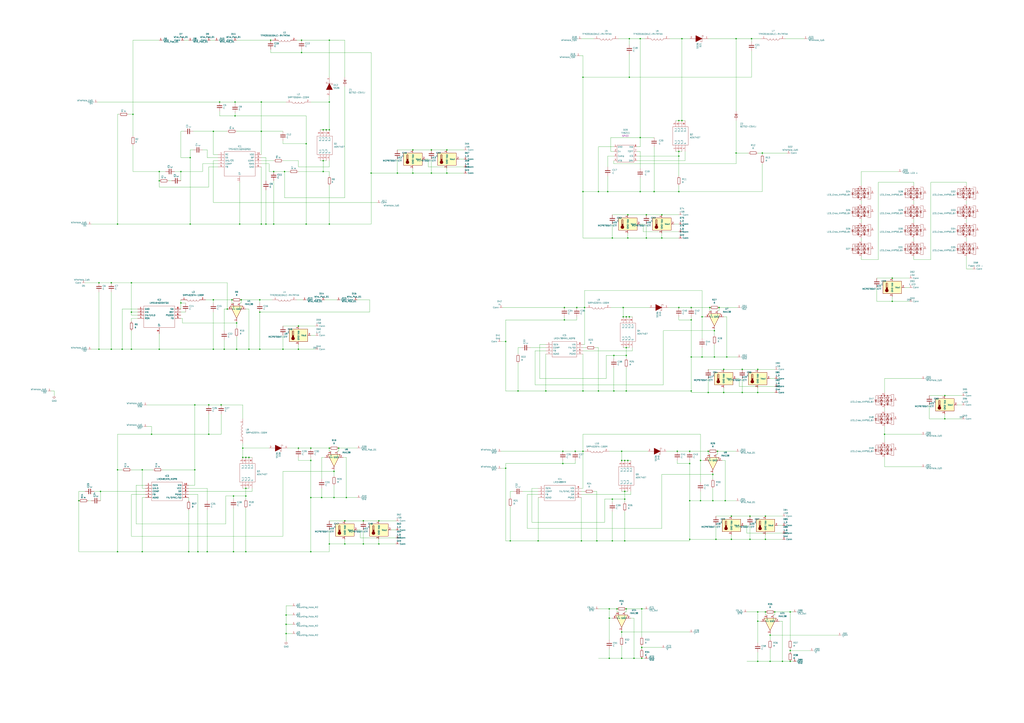
<source format=kicad_sch>
(kicad_sch (version 20211123) (generator eeschema)
  (paper "A1")
  (junction (at 525.78 157.48))
  (junction (at 566.42 443.23))
  (junction (at 298.45 427.99))
  (junction (at 622.3 303.53))
  (junction (at 511.81 260.35))
  (junction (at 491.49 157.48))
  (junction (at 600.71 424.18))
  (junction (at 214.63 184.15))
  (junction (at 232.41 287.02))
  (junction (at 298.45 447.04))
  (junction (at 595.63 411.48))
  (junction (at 415.29 280.67))
  (junction (at 311.15 427.99))
  (junction (at 513.08 403.86))
  (junction (at 515.62 378.46))
  (junction (at 194.31 287.02))
  (junction (at 585.47 411.48))
  (junction (at 622.3 502.92))
  (junction (at 107.95 232.41))
  (junction (at 520.7 541.02))
  (junction (at 566.42 370.84))
  (junction (at 589.28 370.84))
  (junction (at 156.21 184.15))
  (junction (at 304.8 142.24))
  (junction (at 234.95 520.7))
  (junction (at 527.05 541.02))
  (junction (at 171.45 356.87))
  (junction (at 224.79 184.15))
  (junction (at 499.11 157.48))
  (junction (at 283.21 447.04))
  (junction (at 515.62 176.53))
  (junction (at 566.42 381))
  (junction (at 530.86 176.53))
  (junction (at 586.74 293.37))
  (junction (at 274.32 408.94))
  (junction (at 354.33 123.19))
  (junction (at 184.15 287.02))
  (junction (at 590.55 252.73))
  (junction (at 148.59 140.97))
  (junction (at 265.43 132.08))
  (junction (at 514.35 292.1))
  (junction (at 632.46 543.56))
  (junction (at 557.53 252.73))
  (junction (at 514.35 500.38))
  (junction (at 441.96 444.5))
  (junction (at 204.47 375.92))
  (junction (at 567.69 262.89))
  (junction (at 278.13 368.3))
  (junction (at 181.61 332.74))
  (junction (at 648.97 543.56))
  (junction (at 506.73 500.38))
  (junction (at 193.04 95.25))
  (junction (at 527.05 532.13))
  (junction (at 201.93 407.67))
  (junction (at 537.21 157.48))
  (junction (at 214.63 83.82))
  (junction (at 124.46 356.87))
  (junction (at 478.79 370.84))
  (junction (at 588.01 443.23))
  (junction (at 201.93 453.39))
  (junction (at 648.97 534.67))
  (junction (at 214.63 107.95))
  (junction (at 224.79 140.97))
  (junction (at 628.65 443.23))
  (junction (at 510.54 519.43))
  (junction (at 91.44 232.41))
  (junction (at 617.22 31.75))
  (junction (at 81.28 287.02))
  (junction (at 586.74 271.78))
  (junction (at 514.35 321.31))
  (junction (at 265.43 106.68))
  (junction (at 326.39 142.24))
  (junction (at 367.03 142.24))
  (junction (at 500.38 541.02))
  (junction (at 530.86 195.58))
  (junction (at 162.56 453.39))
  (junction (at 284.48 408.94))
  (junction (at 180.34 83.82))
  (junction (at 270.51 33.02))
  (junction (at 270.51 106.68))
  (junction (at 156.21 129.54))
  (junction (at 193.04 83.82))
  (junction (at 628.65 502.92))
  (junction (at 234.95 513.08))
  (junction (at 472.44 370.84))
  (junction (at 478.79 321.31))
  (junction (at 576.58 293.37))
  (junction (at 107.95 256.54))
  (junction (at 264.16 408.94))
  (junction (at 567.69 321.31))
  (junction (at 130.81 287.02))
  (junction (at 201.93 401.32))
  (junction (at 267.97 106.68))
  (junction (at 82.55 403.86))
  (junction (at 510.54 378.46))
  (junction (at 175.26 287.02))
  (junction (at 116.84 386.08))
  (junction (at 199.39 368.3))
  (junction (at 567.69 252.73))
  (junction (at 557.53 124.46))
  (junction (at 642.62 543.56))
  (junction (at 448.31 321.31))
  (junction (at 626.11 125.73))
  (junction (at 233.68 140.97))
  (junction (at 604.52 31.75))
  (junction (at 557.53 99.06))
  (junction (at 91.44 287.02))
  (junction (at 556.26 370.84))
  (junction (at 247.65 33.02))
  (junction (at 504.19 292.1))
  (junction (at 582.93 252.73))
  (junction (at 581.66 322.58))
  (junction (at 775.97 344.17))
  (junction (at 247.65 43.18))
  (junction (at 130.81 140.97))
  (junction (at 478.79 157.48))
  (junction (at 510.54 541.02))
  (junction (at 463.55 262.89))
  (junction (at 543.56 176.53))
  (junction (at 339.09 123.19))
  (junction (at 515.62 195.58))
  (junction (at 245.11 267.97))
  (junction (at 415.29 384.81))
  (junction (at 213.36 256.54))
  (junction (at 575.31 378.46))
  (junction (at 64.77 411.48))
  (junction (at 175.26 246.38))
  (junction (at 251.46 118.11))
  (junction (at 560.07 99.06))
  (junction (at 567.69 293.37))
  (junction (at 130.81 148.59))
  (junction (at 213.36 246.38))
  (junction (at 255.27 408.94))
  (junction (at 566.42 411.48))
  (junction (at 100.33 287.02))
  (junction (at 632.46 521.97))
  (junction (at 732.79 247.65))
  (junction (at 732.79 228.6))
  (junction (at 190.5 246.38))
  (junction (at 213.36 287.02))
  (junction (at 477.52 444.5))
  (junction (at 557.53 157.48))
  (junction (at 245.11 368.3))
  (junction (at 594.36 322.58))
  (junction (at 594.36 303.53))
  (junction (at 109.22 93.98))
  (junction (at 283.21 427.99))
  (junction (at 199.39 375.92))
  (junction (at 222.25 33.02))
  (junction (at 218.44 184.15))
  (junction (at 491.49 321.31))
  (junction (at 116.84 453.39))
  (junction (at 204.47 287.02))
  (junction (at 636.27 502.92))
  (junction (at 194.31 265.43))
  (junction (at 311.15 447.04))
  (junction (at 419.1 444.5))
  (junction (at 502.92 444.5))
  (junction (at 648.97 502.92))
  (junction (at 576.58 260.35))
  (junction (at 510.54 370.84))
  (junction (at 463.55 252.73))
  (junction (at 274.32 387.35))
  (junction (at 502.92 195.58))
  (junction (at 615.95 424.18))
  (junction (at 513.08 444.5))
  (junction (at 500.38 500.38))
  (junction (at 480.06 252.73))
  (junction (at 270.51 368.3))
  (junction (at 198.12 246.38))
  (junction (at 473.71 252.73))
  (junction (at 775.97 325.12))
  (junction (at 622.3 510.54))
  (junction (at 500.38 508))
  (junction (at 557.53 128.27))
  (junction (at 527.05 500.38))
  (junction (at 516.89 31.75))
  (junction (at 201.93 375.92))
  (junction (at 171.45 332.74))
  (junction (at 490.22 444.5))
  (junction (at 575.31 411.48))
  (junction (at 622.3 543.56))
  (junction (at 255.27 368.3))
  (junction (at 514.35 285.75))
  (junction (at 726.44 356.87))
  (junction (at 425.45 321.31))
  (junction (at 81.28 232.41))
  (junction (at 585.47 389.89))
  (junction (at 96.52 453.39))
  (junction (at 600.71 443.23))
  (junction (at 96.52 386.08))
  (junction (at 354.33 142.24))
  (junction (at 609.6 322.58))
  (junction (at 96.52 184.15))
  (junction (at 175.26 107.95))
  (junction (at 478.79 63.5))
  (junction (at 609.6 303.53))
  (junction (at 251.46 184.15))
  (junction (at 525.78 31.75))
  (junction (at 186.69 254))
  (junction (at 234.95 505.46))
  (junction (at 525.78 113.03))
  (junction (at 596.9 293.37))
  (junction (at 516.89 63.5))
  (junction (at 462.28 370.84))
  (junction (at 615.95 443.23))
  (junction (at 270.51 447.04))
  (junction (at 339.09 142.24))
  (junction (at 622.3 322.58))
  (junction (at 502.92 410.21))
  (junction (at 196.85 184.15))
  (junction (at 191.77 453.39))
  (junction (at 160.02 386.08))
  (junction (at 513.08 378.46))
  (junction (at 148.59 248.92))
  (junction (at 513.08 410.21))
  (junction (at 270.51 83.82))
  (junction (at 560.07 31.75))
  (junction (at 462.28 381))
  (junction (at 604.52 125.73))
  (junction (at 265.43 140.97))
  (junction (at 581.66 370.84))
  (junction (at 511.81 252.73))
  (junction (at 270.51 184.15))
  (junction (at 255.27 378.46))
  (junction (at 543.56 195.58))
  (junction (at 255.27 453.39))
  (junction (at 170.18 453.39))
  (junction (at 516.89 260.35))
  (junction (at 245.11 287.02))
  (junction (at 154.94 453.39))
  (junction (at 514.35 260.35))
  (junction (at 160.02 332.74))
  (junction (at 504.19 321.31))
  (junction (at 628.65 424.18))
  (junction (at 107.95 287.02))
  (junction (at 191.77 407.67))
  (junction (at 367.03 123.19))
  (wire (pts (xy 251.46 184.15) (xy 224.79 184.15)))
  (wire (pts (xy 130.81 148.59) (xy 130.81 153.67)))
  (wire (pts (xy 116.84 453.39) (xy 154.94 453.39)))
  (wire (pts (xy 581.66 31.75) (xy 604.52 31.75)))
  (wire (pts (xy 124.46 350.52) (xy 124.46 356.87)))
  (wire (pts (xy 265.43 140.97) (xy 270.51 140.97)))
  (wire (pts (xy 214.63 83.82) (xy 234.95 83.82)))
  (wire (pts (xy 742.95 236.22) (xy 746.76 236.22)))
  (wire (pts (xy 502.92 176.53) (xy 515.62 176.53)))
  (wire (pts (xy 270.51 140.97) (xy 270.51 144.78)))
  (wire (pts (xy 158.75 123.19) (xy 156.21 123.19)))
  (wire (pts (xy 201.93 375.92) (xy 204.47 375.92)))
  (wire (pts (xy 500.38 508) (xy 500.38 500.38)))
  (wire (pts (xy 750.57 165.1) (xy 750.57 167.64)))
  (wire (pts (xy 622.3 510.54) (xy 622.3 502.92)))
  (wire (pts (xy 566.42 444.5) (xy 513.08 444.5)))
  (wire (pts (xy 527.05 541.02) (xy 529.59 541.02)))
  (wire (pts (xy 604.52 311.15) (xy 607.06 311.15)))
  (wire (pts (xy 193.04 95.25) (xy 251.46 95.25)))
  (wire (pts (xy 543.56 176.53) (xy 557.53 176.53)))
  (wire (pts (xy 562.61 132.08) (xy 562.61 124.46)))
  (wire (pts (xy 504.19 120.65) (xy 491.49 120.65)))
  (wire (pts (xy 504.19 134.62) (xy 604.52 134.62)))
  (wire (pts (xy 201.93 254) (xy 204.47 254)))
  (wire (pts (xy 567.69 293.37) (xy 576.58 293.37)))
  (wire (pts (xy 648.97 533.4) (xy 648.97 534.67)))
  (wire (pts (xy 523.24 132.08) (xy 562.61 132.08)))
  (wire (pts (xy 69.85 232.41) (xy 81.28 232.41)))
  (wire (pts (xy 726.44 356.87) (xy 726.44 363.22)))
  (wire (pts (xy 218.44 148.59) (xy 218.44 129.54)))
  (wire (pts (xy 589.28 373.38) (xy 589.28 370.84)))
  (wire (pts (xy 186.69 254) (xy 186.69 232.41)))
  (wire (pts (xy 415.29 384.81) (xy 415.29 444.5)))
  (wire (pts (xy 412.75 252.73) (xy 463.55 252.73)))
  (wire (pts (xy 478.79 283.21) (xy 480.06 283.21)))
  (wire (pts (xy 763.27 332.74) (xy 763.27 344.17)))
  (wire (pts (xy 707.39 195.58) (xy 707.39 198.12)))
  (wire (pts (xy 502.92 184.15) (xy 502.92 195.58)))
  (wire (pts (xy 499.11 128.27) (xy 499.11 137.16)))
  (wire (pts (xy 581.66 322.58) (xy 567.69 322.58)))
  (wire (pts (xy 500.38 525.78) (xy 500.38 508)))
  (wire (pts (xy 478.79 290.83) (xy 478.79 321.31)))
  (wire (pts (xy 707.39 165.1) (xy 707.39 167.64)))
  (wire (pts (xy 557.53 128.27) (xy 557.53 144.78)))
  (wire (pts (xy 628.65 505.46) (xy 628.65 502.92)))
  (wire (pts (xy 207.01 403.86) (xy 207.01 401.32)))
  (wire (pts (xy 185.42 407.67) (xy 191.77 407.67)))
  (wire (pts (xy 234.95 505.46) (xy 240.03 505.46)))
  (wire (pts (xy 553.72 184.15) (xy 557.53 184.15)))
  (wire (pts (xy 201.93 417.83) (xy 201.93 453.39)))
  (wire (pts (xy 567.69 321.31) (xy 514.35 321.31)))
  (wire (pts (xy 491.49 157.48) (xy 499.11 157.48)))
  (wire (pts (xy 321.31 435.61) (xy 325.12 435.61)))
  (wire (pts (xy 756.92 356.87) (xy 726.44 356.87)))
  (wire (pts (xy 607.06 317.5) (xy 636.27 317.5)))
  (wire (pts (xy 566.42 411.48) (xy 566.42 443.23)))
  (wire (pts (xy 196.85 149.86) (xy 196.85 184.15)))
  (wire (pts (xy 220.98 140.97) (xy 224.79 140.97)))
  (wire (pts (xy 504.19 292.1) (xy 514.35 292.1)))
  (wire (pts (xy 594.36 318.77) (xy 594.36 322.58)))
  (wire (pts (xy 707.39 210.82) (xy 707.39 213.36)))
  (wire (pts (xy 265.43 132.08) (xy 267.97 132.08)))
  (wire (pts (xy 82.55 403.86) (xy 119.38 403.86)))
  (wire (pts (xy 245.11 378.46) (xy 255.27 378.46)))
  (wire (pts (xy 107.95 261.62) (xy 107.95 264.16)))
  (wire (pts (xy 96.52 386.08) (xy 96.52 453.39)))
  (wire (pts (xy 233.68 140.97) (xy 233.68 162.56)))
  (wire (pts (xy 523.24 128.27) (xy 557.53 128.27)))
  (wire (pts (xy 584.2 255.27) (xy 582.93 255.27)))
  (wire (pts (xy 448.31 288.29) (xy 439.42 288.29)))
  (wire (pts (xy 567.69 252.73) (xy 582.93 252.73)))
  (wire (pts (xy 439.42 288.29) (xy 439.42 316.23)))
  (wire (pts (xy 594.36 303.53) (xy 609.6 303.53)))
  (wire (pts (xy 544.83 316.23) (xy 544.83 271.78)))
  (wire (pts (xy 191.77 407.67) (xy 201.93 407.67)))
  (wire (pts (xy 224.79 148.59) (xy 224.79 184.15)))
  (wire (pts (xy 194.31 269.24) (xy 194.31 265.43)))
  (wire (pts (xy 311.15 427.99) (xy 325.12 427.99)))
  (wire (pts (xy 763.27 325.12) (xy 775.97 325.12)))
  (wire (pts (xy 477.52 444.5) (xy 441.96 444.5)))
  (wire (pts (xy 222.25 43.18) (xy 247.65 43.18)))
  (wire (pts (xy 185.42 407.67) (xy 185.42 430.53)))
  (wire (pts (xy 504.19 132.08) (xy 504.19 134.62)))
  (wire (pts (xy 170.18 123.19) (xy 170.18 129.54)))
  (wire (pts (xy 478.79 157.48) (xy 491.49 157.48)))
  (wire (pts (xy 628.65 424.18) (xy 642.62 424.18)))
  (wire (pts (xy 525.78 113.03) (xy 525.78 120.65)))
  (wire (pts (xy 527.05 500.38) (xy 527.05 523.24)))
  (wire (pts (xy 270.51 33.02) (xy 270.51 63.5)))
  (wire (pts (xy 720.09 236.22) (xy 720.09 247.65)))
  (wire (pts (xy 632.46 543.56) (xy 642.62 543.56)))
  (wire (pts (xy 234.95 497.84) (xy 240.03 497.84)))
  (wire (pts (xy 510.54 370.84) (xy 510.54 378.46)))
  (wire (pts (xy 502.92 420.37) (xy 502.92 444.5)))
  (wire (pts (xy 581.66 322.58) (xy 594.36 322.58)))
  (wire (pts (xy 590.55 255.27) (xy 590.55 252.73)))
  (wire (pts (xy 478.79 63.5) (xy 516.89 63.5)))
  (wire (pts (xy 158.75 107.95) (xy 175.26 107.95)))
  (wire (pts (xy 527.05 500.38) (xy 529.59 500.38)))
  (wire (pts (xy 218.44 129.54) (xy 214.63 129.54)))
  (wire (pts (xy 617.22 31.75) (xy 617.22 34.29)))
  (wire (pts (xy 543.56 195.58) (xy 557.53 195.58)))
  (wire (pts (xy 648.97 534.67) (xy 648.97 535.94)))
  (wire (pts (xy 604.52 134.62) (xy 604.52 125.73)))
  (wire (pts (xy 480.06 238.76) (xy 480.06 252.73)))
  (wire (pts (xy 588.01 443.23) (xy 600.71 443.23)))
  (wire (pts (xy 283.21 447.04) (xy 298.45 447.04)))
  (wire (pts (xy 186.69 232.41) (xy 107.95 232.41)))
  (wire (pts (xy 91.44 287.02) (xy 100.33 287.02)))
  (wire (pts (xy 786.13 332.74) (xy 789.94 332.74)))
  (wire (pts (xy 116.84 401.32) (xy 116.84 386.08)))
  (wire (pts (xy 107.95 256.54) (xy 113.03 256.54)))
  (wire (pts (xy 411.48 370.84) (xy 462.28 370.84)))
  (wire (pts (xy 516.89 44.45) (xy 516.89 63.5)))
  (wire (pts (xy 622.3 322.58) (xy 636.27 322.58)))
  (wire (pts (xy 575.31 403.86) (xy 575.31 411.48)))
  (wire (pts (xy 756.92 311.15) (xy 726.44 311.15)))
  (wire (pts (xy 585.47 401.32) (xy 585.47 411.48)))
  (wire (pts (xy 576.58 238.76) (xy 480.06 238.76)))
  (wire (pts (xy 490.22 444.5) (xy 490.22 403.86)))
  (wire (pts (xy 750.57 149.86) (xy 750.57 152.4)))
  (wire (pts (xy 513.08 403.86) (xy 513.08 410.21)))
  (wire (pts (xy 100.33 254) (xy 100.33 287.02)))
  (wire (pts (xy 595.63 411.48) (xy 604.52 411.48)))
  (wire (pts (xy 171.45 332.74) (xy 181.61 332.74)))
  (wire (pts (xy 567.69 262.89) (xy 567.69 293.37)))
  (wire (pts (xy 491.49 541.02) (xy 500.38 541.02)))
  (wire (pts (xy 632.46 525.78) (xy 632.46 521.97)))
  (wire (pts (xy 441.96 406.4) (xy 433.07 406.4)))
  (wire (pts (xy 234.95 513.08) (xy 240.03 513.08)))
  (wire (pts (xy 107.95 406.4) (xy 119.38 406.4)))
  (wire (pts (xy 69.85 403.86) (xy 64.77 403.86)))
  (wire (pts (xy 116.84 408.94) (xy 116.84 453.39)))
  (wire (pts (xy 243.84 33.02) (xy 247.65 33.02)))
  (wire (pts (xy 251.46 118.11) (xy 251.46 184.15)))
  (wire (pts (xy 472.44 378.46) (xy 472.44 381)))
  (wire (pts (xy 224.79 184.15) (xy 218.44 184.15)))
  (wire (pts (xy 433.07 434.34) (xy 543.56 434.34)))
  (wire (pts (xy 293.37 246.38) (xy 303.53 246.38)))
  (wire (pts (xy 109.22 119.38) (xy 109.22 140.97)))
  (wire (pts (xy 295.91 441.96) (xy 325.12 441.96)))
  (wire (pts (xy 463.55 262.89) (xy 415.29 262.89)))
  (wire (pts (xy 764.54 213.36) (xy 764.54 149.86)))
  (wire (pts (xy 609.6 303.53) (xy 622.3 303.53)))
  (wire (pts (xy 74.93 184.15) (xy 96.52 184.15)))
  (wire (pts (xy 626.11 157.48) (xy 557.53 157.48)))
  (wire (pts (xy 245.11 375.92) (xy 245.11 378.46)))
  (wire (pts (xy 596.9 293.37) (xy 605.79 293.37)))
  (wire (pts (xy 309.88 166.37) (xy 175.26 166.37)))
  (wire (pts (xy 478.79 401.32) (xy 478.79 370.84)))
  (wire (pts (xy 491.49 321.31) (xy 491.49 285.75)))
  (wire (pts (xy 593.09 378.46) (xy 595.63 378.46)))
  (wire (pts (xy 180.34 91.44) (xy 180.34 95.25)))
  (wire (pts (xy 632.46 521.97) (xy 688.34 521.97)))
  (wire (pts (xy 530.86 176.53) (xy 543.56 176.53)))
  (wire (pts (xy 180.34 95.25) (xy 193.04 95.25)))
  (wire (pts (xy 251.46 95.25) (xy 251.46 118.11)))
  (wire (pts (xy 622.3 535.94) (xy 622.3 543.56)))
  (wire (pts (xy 425.45 285.75) (xy 425.45 290.83)))
  (wire (pts (xy 270.51 427.99) (xy 283.21 427.99)))
  (wire (pts (xy 518.16 406.4) (xy 518.16 403.86)))
  (wire (pts (xy 523.24 124.46) (xy 525.78 124.46)))
  (wire (pts (xy 566.42 370.84) (xy 581.66 370.84)))
  (wire (pts (xy 148.59 256.54) (xy 152.4 256.54)))
  (wire (pts (xy 557.53 152.4) (xy 557.53 157.48)))
  (wire (pts (xy 218.44 184.15) (xy 214.63 184.15)))
  (wire (pts (xy 510.54 370.84) (xy 532.13 370.84)))
  (wire (pts (xy 170.18 129.54) (xy 179.07 129.54)))
  (wire (pts (xy 557.53 260.35) (xy 557.53 262.89)))
  (wire (pts (xy 491.49 120.65) (xy 491.49 157.48)))
  (wire (pts (xy 638.81 431.8) (xy 642.62 431.8)))
  (wire (pts (xy 64.77 453.39) (xy 96.52 453.39)))
  (wire (pts (xy 201.93 401.32) (xy 201.93 407.67)))
  (wire (pts (xy 557.53 124.46) (xy 557.53 128.27)))
  (wire (pts (xy 566.42 443.23) (xy 588.01 443.23)))
  (wire (pts (xy 513.08 444.5) (xy 502.92 444.5)))
  (wire (pts (xy 171.45 356.87) (xy 124.46 356.87)))
  (wire (pts (xy 632.46 520.7) (xy 632.46 521.97)))
  (wire (pts (xy 175.26 127) (xy 179.07 127)))
  (wire (pts (xy 720.09 228.6) (xy 732.79 228.6)))
  (wire (pts (xy 270.51 106.68) (xy 267.97 106.68)))
  (wire (pts (xy 339.09 123.19) (xy 354.33 123.19)))
  (wire (pts (xy 419.1 416.56) (xy 419.1 444.5)))
  (wire (pts (xy 186.69 107.95) (xy 175.26 107.95)))
  (wire (pts (xy 567.69 322.58) (xy 567.69 321.31)))
  (wire (pts (xy 514.35 260.35) (xy 516.89 260.35)))
  (wire (pts (xy 148.59 254) (xy 148.59 248.92)))
  (wire (pts (xy 419.1 403.86) (xy 419.1 408.94)))
  (wire (pts (xy 511.81 285.75) (xy 514.35 285.75)))
  (wire (pts (xy 274.32 408.94) (xy 284.48 408.94)))
  (wire (pts (xy 148.59 248.92) (xy 152.4 248.92)))
  (wire (pts (xy 543.56 389.89) (xy 585.47 389.89)))
  (wire (pts (xy 491.49 321.31) (xy 478.79 321.31)))
  (wire (pts (xy 566.42 381) (xy 566.42 411.48)))
  (wire (pts (xy 270.51 184.15) (xy 251.46 184.15)))
  (wire (pts (xy 367.03 142.24) (xy 381 142.24)))
  (wire (pts (xy 617.22 31.75) (xy 624.84 31.75)))
  (wire (pts (xy 527.05 530.86) (xy 527.05 532.13)))
  (wire (pts (xy 236.22 368.3) (xy 245.11 368.3)))
  (wire (pts (xy 156.21 129.54) (xy 156.21 184.15)))
  (wire (pts (xy 500.38 370.84) (xy 510.54 370.84)))
  (wire (pts (xy 609.6 322.58) (xy 622.3 322.58)))
  (wire (pts (xy 443.23 311.15) (xy 497.84 311.15)))
  (wire (pts (xy 91.44 287.02) (xy 81.28 287.02)))
  (wire (pts (xy 415.29 262.89) (xy 415.29 280.67)))
  (wire (pts (xy 181.61 340.36) (xy 181.61 356.87)))
  (wire (pts (xy 516.89 63.5) (xy 617.22 63.5)))
  (wire (pts (xy 510.54 519.43) (xy 566.42 519.43)))
  (wire (pts (xy 255.27 453.39) (xy 201.93 453.39)))
  (wire (pts (xy 107.95 259.08) (xy 107.95 256.54)))
  (wire (pts (xy 411.48 280.67) (xy 415.29 280.67)))
  (wire (pts (xy 501.65 252.73) (xy 511.81 252.73)))
  (wire (pts (xy 213.36 246.38) (xy 223.52 246.38)))
  (wire (pts (xy 513.08 378.46) (xy 515.62 378.46)))
  (wire (pts (xy 213.36 246.38) (xy 213.36 248.92)))
  (wire (pts (xy 234.95 505.46) (xy 234.95 513.08)))
  (wire (pts (xy 527.05 532.13) (xy 543.56 532.13)))
  (wire (pts (xy 560.07 31.75) (xy 560.07 99.06)))
  (wire (pts (xy 234.95 520.7) (xy 240.03 520.7)))
  (wire (pts (xy 113.03 254) (xy 100.33 254)))
  (wire (pts (xy 80.01 83.82) (xy 180.34 83.82)))
  (wire (pts (xy 194.31 276.86) (xy 194.31 287.02)))
  (wire (pts (xy 271.78 370.84) (xy 270.51 370.84)))
  (wire (pts (xy 411.48 384.81) (xy 415.29 384.81)))
  (wire (pts (xy 175.26 132.08) (xy 179.07 132.08)))
  (wire (pts (xy 462.28 378.46) (xy 462.28 381)))
  (wire (pts (xy 478.79 63.5) (xy 478.79 157.48)))
  (wire (pts (xy 311.15 443.23) (xy 311.15 447.04)))
  (wire (pts (xy 160.02 332.74) (xy 171.45 332.74)))
  (wire (pts (xy 508 502.92) (xy 506.73 502.92)))
  (wire (pts (xy 204.47 254) (xy 204.47 287.02)))
  (wire (pts (xy 576.58 260.35) (xy 576.58 238.76)))
  (wire (pts (xy 510.54 518.16) (xy 510.54 519.43)))
  (wire (pts (xy 477.52 406.4) (xy 518.16 406.4)))
  (wire (pts (xy 477.52 408.94) (xy 477.52 444.5)))
  (wire (pts (xy 576.58 260.35) (xy 579.12 260.35)))
  (wire (pts (xy 525.78 184.15) (xy 528.32 184.15)))
  (wire (pts (xy 113.03 259.08) (xy 107.95 259.08)))
  (wire (pts (xy 543.56 191.77) (xy 543.56 195.58)))
  (wire (pts (xy 245.11 137.16) (xy 245.11 132.08)))
  (wire (pts (xy 234.95 513.08) (xy 234.95 520.7)))
  (wire (pts (xy 107.95 271.78) (xy 107.95 287.02)))
  (wire (pts (xy 750.57 195.58) (xy 750.57 198.12)))
  (wire (pts (xy 218.44 156.21) (xy 218.44 184.15)))
  (wire (pts (xy 575.31 378.46) (xy 577.85 378.46)))
  (wire (pts (xy 575.31 411.48) (xy 585.47 411.48)))
  (wire (pts (xy 232.41 267.97) (xy 245.11 267.97)))
  (wire (pts (xy 74.93 411.48) (xy 72.39 411.48)))
  (wire (pts (xy 478.79 356.87) (xy 478.79 370.84)))
  (wire (pts (xy 96.52 356.87) (xy 96.52 386.08)))
  (wire (pts (xy 604.52 31.75) (xy 617.22 31.75)))
  (wire (pts (xy 622.3 528.32) (xy 622.3 510.54)))
  (wire (pts (xy 119.38 401.32) (xy 116.84 401.32)))
  (wire (pts (xy 264.16 408.94) (xy 274.32 408.94)))
  (wire (pts (xy 213.36 256.54) (xy 213.36 287.02)))
  (wire (pts (xy 443.23 283.21) (xy 443.23 311.15)))
  (wire (pts (xy 198.12 246.38) (xy 213.36 246.38)))
  (wire (pts (xy 707.39 213.36) (xy 721.36 213.36)))
  (wire (pts (xy 600.71 424.18) (xy 615.95 424.18)))
  (wire (pts (xy 274.32 391.16) (xy 274.32 387.35)))
  (wire (pts (xy 576.58 285.75) (xy 576.58 293.37)))
  (wire (pts (xy 326.39 123.19) (xy 339.09 123.19)))
  (wire (pts (xy 750.57 213.36) (xy 764.54 213.36)))
  (wire (pts (xy 497.84 292.1) (xy 504.19 292.1)))
  (wire (pts (xy 628.65 439.42) (xy 628.65 443.23)))
  (wire (pts (xy 234.95 520.7) (xy 234.95 527.05)))
  (wire (pts (xy 175.26 166.37) (xy 175.26 132.08)))
  (wire (pts (xy 462.28 381) (xy 415.29 381)))
  (wire (pts (xy 116.84 386.08) (xy 125.73 386.08)))
  (wire (pts (xy 130.81 140.97) (xy 130.81 148.59)))
  (wire (pts (xy 96.52 93.98) (xy 96.52 184.15)))
  (wire (pts (xy 525.78 31.75) (xy 529.59 31.75)))
  (wire (pts (xy 721.36 149.86) (xy 750.57 149.86)))
  (wire (pts (xy 166.37 140.97) (xy 148.59 140.97)))
  (wire (pts (xy 148.59 248.92) (xy 148.59 246.38)))
  (wire (pts (xy 548.64 252.73) (xy 557.53 252.73)))
  (wire (pts (xy 199.39 368.3) (xy 220.98 368.3)))
  (wire (pts (xy 477.52 403.86) (xy 480.06 403.86)))
  (wire (pts (xy 109.22 33.02) (xy 109.22 93.98)))
  (wire (pts (xy 473.71 260.35) (xy 473.71 262.89)))
  (wire (pts (xy 525.78 146.05) (xy 525.78 157.48)))
  (wire (pts (xy 179.07 134.62) (xy 166.37 134.62)))
  (wire (pts (xy 105.41 93.98) (xy 109.22 93.98)))
  (wire (pts (xy 415.29 280.67) (xy 415.29 321.31)))
  (wire (pts (xy 514.35 292.1) (xy 514.35 294.64)))
  (wire (pts (xy 100.33 287.02) (xy 107.95 287.02)))
  (wire (pts (xy 283.21 33.02) (xy 270.51 33.02)))
  (wire (pts (xy 500.38 533.4) (xy 500.38 541.02)))
  (wire (pts (xy 622.3 543.56) (xy 632.46 543.56)))
  (wire (pts (xy 582.93 255.27) (xy 582.93 252.73)))
  (wire (pts (xy 245.11 267.97) (xy 259.08 267.97)))
  (wire (pts (xy 525.78 113.03) (xy 537.21 113.03)))
  (wire (pts (xy 270.51 132.08) (xy 270.51 137.16)))
  (wire (pts (xy 270.51 453.39) (xy 255.27 453.39)))
  (wire (pts (xy 264.16 393.7) (xy 264.16 375.92)))
  (wire (pts (xy 441.96 408.94) (xy 441.96 444.5)))
  (wire (pts (xy 502.92 410.21) (xy 513.08 410.21)))
  (wire (pts (xy 175.26 246.38) (xy 190.5 246.38)))
  (wire (pts (xy 595.63 378.46) (xy 595.63 411.48)))
  (wire (pts (xy 237.49 140.97) (xy 233.68 140.97)))
  (wire (pts (xy 232.41 387.35) (xy 232.41 440.69)))
  (wire (pts (xy 511.81 252.73) (xy 511.81 260.35)))
  (wire (pts (xy 629.92 505.46) (xy 628.65 505.46)))
  (wire (pts (xy 149.86 261.62) (xy 149.86 265.43)))
  (wire (pts (xy 166.37 123.19) (xy 170.18 123.19)))
  (wire (pts (xy 477.52 31.75) (xy 487.68 31.75)))
  (wire (pts (xy 582.93 373.38) (xy 581.66 373.38)))
  (wire (pts (xy 232.41 118.11) (xy 251.46 118.11)))
  (wire (pts (xy 793.75 165.1) (xy 793.75 167.64)))
  (wire (pts (xy 214.63 132.08) (xy 224.79 132.08)))
  (wire (pts (xy 554.99 99.06) (xy 557.53 99.06)))
  (wire (pts (xy 510.54 530.86) (xy 510.54 541.02)))
  (wire (pts (xy 635 505.46) (xy 636.27 505.46)))
  (wire (pts (xy 270.51 435.61) (xy 270.51 447.04)))
  (wire (pts (xy 191.77 410.21) (xy 191.77 407.67)))
  (wire (pts (xy 283.21 33.02) (xy 283.21 63.5)))
  (wire (pts (xy 588.01 431.8) (xy 588.01 443.23)))
  (wire (pts (xy 196.85 184.15) (xy 156.21 184.15)))
  (wire (pts (xy 775.97 340.36) (xy 775.97 344.17)))
  (wire (pts (xy 213.36 287.02) (xy 232.41 287.02)))
  (wire (pts (xy 726.44 311.15) (xy 726.44 322.58)))
  (wire (pts (xy 636.27 502.92) (xy 648.97 502.92)))
  (wire (pts (xy 500.38 500.38) (xy 506.73 500.38)))
  (wire (pts (xy 220.98 134.62) (xy 220.98 140.97)))
  (wire (pts (xy 499.11 157.48) (xy 525.78 157.48)))
  (wire (pts (xy 194.31 33.02) (xy 222.25 33.02)))
  (wire (pts (xy 64.77 411.48) (xy 64.77 453.39)))
  (wire (pts (xy 514.35 302.26) (xy 514.35 321.31)))
  (wire (pts (xy 586.74 270.51) (xy 586.74 271.78)))
  (wire (pts (xy 284.48 375.92) (xy 284.48 408.94)))
  (wire (pts (xy 298.45 427.99) (xy 311.15 427.99)))
  (wire (pts (xy 255.27 378.46) (xy 255.27 408.94)))
  (wire (pts (xy 520.7 541.02) (xy 527.05 541.02)))
  (wire (pts (xy 514.35 500.38) (xy 527.05 500.38)))
  (wire (pts (xy 119.38 408.94) (xy 116.84 408.94)))
  (wire (pts (xy 377.19 130.81) (xy 381 130.81)))
  (wire (pts (xy 245.11 368.3) (xy 255.27 368.3)))
  (wire (pts (xy 111.76 430.53) (xy 185.42 430.53)))
  (wire (pts (xy 480.06 283.21) (xy 480.06 252.73)))
  (wire (pts (xy 648.97 543.56) (xy 651.51 543.56)))
  (wire (pts (xy 721.36 213.36) (xy 721.36 149.86)))
  (wire (pts (xy 278.13 370.84) (xy 278.13 368.3)))
  (wire (pts (xy 478.79 370.84) (xy 480.06 370.84)))
  (wire (pts (xy 636.27 505.46) (xy 636.27 502.92)))
  (wire (pts (xy 199.39 364.49) (xy 199.39 368.3)))
  (wire (pts (xy 525.78 157.48) (xy 537.21 157.48)))
  (wire (pts (xy 232.41 287.02) (xy 245.11 287.02)))
  (wire (pts (xy 575.31 396.24) (xy 575.31 378.46)))
  (wire (pts (xy 243.84 246.38) (xy 248.92 246.38)))
  (wire (pts (xy 234.95 497.84) (xy 234.95 505.46)))
  (wire (pts (xy 130.81 33.02) (xy 109.22 33.02)))
  (wire (pts (xy 270.51 152.4) (xy 270.51 184.15)))
  (wire (pts (xy 560.07 99.06) (xy 562.61 99.06)))
  (wire (pts (xy 255.27 408.94) (xy 255.27 453.39)))
  (wire (pts (xy 436.88 429.26) (xy 496.57 429.26)))
  (wire (pts (xy 194.31 107.95) (xy 214.63 107.95)))
  (wire (pts (xy 170.18 401.32) (xy 170.18 411.48)))
  (wire (pts (xy 175.26 287.02) (xy 184.15 287.02)))
  (wire (pts (xy 613.41 438.15) (xy 642.62 438.15)))
  (wire (pts (xy 204.47 375.92) (xy 207.01 375.92)))
  (wire (pts (xy 528.32 190.5) (xy 557.53 190.5)))
  (wire (pts (xy 632.46 311.15) (xy 636.27 311.15)))
  (wire (pts (xy 642.62 510.54) (xy 642.62 543.56)))
  (wire (pts (xy 642.62 543.56) (xy 648.97 543.56)))
  (wire (pts (xy 160.02 332.74) (xy 160.02 386.08)))
  (wire (pts (xy 514.35 285.75) (xy 514.35 292.1)))
  (wire (pts (xy 604.52 31.75) (xy 604.52 91.44)))
  (wire (pts (xy 441.96 444.5) (xy 419.1 444.5)))
  (wire (pts (xy 775.97 344.17) (xy 789.94 344.17)))
  (wire (pts (xy 504.19 321.31) (xy 491.49 321.31)))
  (wire (pts (xy 82.55 411.48) (xy 82.55 403.86)))
  (wire (pts (xy 502.92 444.5) (xy 490.22 444.5)))
  (wire (pts (xy 196.85 248.92) (xy 198.12 248.92)))
  (wire (pts (xy 448.31 290.83) (xy 448.31 321.31)))
  (wire (pts (xy 515.62 378.46) (xy 518.16 378.46)))
  (wire (pts (xy 295.91 435.61) (xy 295.91 441.96)))
  (wire (pts (xy 501.65 124.46) (xy 501.65 113.03)))
  (wire (pts (xy 648.97 502.92) (xy 651.51 502.92)))
  (wire (pts (xy 613.41 431.8) (xy 613.41 438.15)))
  (wire (pts (xy 556.26 378.46) (xy 556.26 381)))
  (wire (pts (xy 171.45 340.36) (xy 171.45 356.87)))
  (wire (pts (xy 793.75 210.82) (xy 793.75 220.98)))
  (wire (pts (xy 198.12 248.92) (xy 198.12 246.38)))
  (wire (pts (xy 581.66 373.38) (xy 581.66 370.84)))
  (wire (pts (xy 160.02 386.08) (xy 133.35 386.08)))
  (wire (pts (xy 284.48 408.94) (xy 293.37 408.94)))
  (wire (pts (xy 304.8 142.24) (xy 326.39 142.24)))
  (wire (pts (xy 628.65 443.23) (xy 642.62 443.23)))
  (wire (pts (xy 626.11 125.73) (xy 646.43 125.73)))
  (wire (pts (xy 490.22 444.5) (xy 477.52 444.5)))
  (wire (pts (xy 191.77 453.39) (xy 201.93 453.39)))
  (wire (pts (xy 448.31 321.31) (xy 425.45 321.31)))
  (wire (pts (xy 604.52 125.73) (xy 614.68 125.73)))
  (wire (pts (xy 510.54 541.02) (xy 520.7 541.02)))
  (wire (pts (xy 44.45 321.31) (xy 44.45 325.12)))
  (wire (pts (xy 151.13 107.95) (xy 148.59 107.95)))
  (wire (pts (xy 199.39 401.32) (xy 201.93 401.32)))
  (wire (pts (xy 214.63 137.16) (xy 214.63 184.15)))
  (wire (pts (xy 525.78 113.03) (xy 525.78 31.75)))
  (wire (pts (xy 303.53 246.38) (xy 303.53 256.54)))
  (wire (pts (xy 184.15 279.4) (xy 184.15 287.02)))
  (wire (pts (xy 245.11 283.21) (xy 245.11 287.02)))
  (wire (pts (xy 500.38 541.02) (xy 510.54 541.02)))
  (wire (pts (xy 525.78 120.65) (xy 523.24 120.65)))
  (wire (pts (xy 111.76 398.78) (xy 111.76 430.53)))
  (wire (pts (xy 278.13 368.3) (xy 293.37 368.3)))
  (wire (pts (xy 91.44 232.41) (xy 81.28 232.41)))
  (wire (pts (xy 502.92 412.75) (xy 502.92 410.21)))
  (wire (pts (xy 162.56 406.4) (xy 162.56 453.39)))
  (wire (pts (xy 594.36 322.58) (xy 609.6 322.58)))
  (wire (pts (xy 648.97 534.67) (xy 665.48 534.67)))
  (wire (pts (xy 530.86 184.15) (xy 530.86 195.58)))
  (wire (pts (xy 750.57 210.82) (xy 750.57 213.36)))
  (wire (pts (xy 214.63 184.15) (xy 196.85 184.15)))
  (wire (pts (xy 615.95 443.23) (xy 628.65 443.23)))
  (wire (pts (xy 245.11 287.02) (xy 259.08 287.02)))
  (wire (pts (xy 421.64 403.86) (xy 419.1 403.86)))
  (wire (pts (xy 525.78 124.46) (xy 525.78 138.43)))
  (wire (pts (xy 339.09 138.43) (xy 339.09 142.24)))
  (wire (pts (xy 265.43 132.08) (xy 265.43 140.97)))
  (wire (pts (xy 463.55 260.35) (xy 463.55 262.89)))
  (wire (pts (xy 491.49 500.38) (xy 500.38 500.38)))
  (wire (pts (xy 154.94 453.39) (xy 162.56 453.39)))
  (wire (pts (xy 513.08 420.37) (xy 513.08 444.5)))
  (wire (pts (xy 304.8 142.24) (xy 304.8 184.15)))
  (wire (pts (xy 448.31 283.21) (xy 443.23 283.21)))
  (wire (pts (xy 199.39 375.92) (xy 201.93 375.92)))
  (wire (pts (xy 793.75 195.58) (xy 793.75 198.12)))
  (wire (pts (xy 707.39 140.97) (xy 707.39 152.4)))
  (wire (pts (xy 171.45 153.67) (xy 171.45 137.16)))
  (wire (pts (xy 478.79 157.48) (xy 478.79 195.58)))
  (wire (pts (xy 255.27 275.59) (xy 259.08 275.59)))
  (wire (pts (xy 590.55 252.73) (xy 605.79 252.73)))
  (wire (pts (xy 613.41 543.56) (xy 622.3 543.56)))
  (wire (pts (xy 519.43 288.29) (xy 519.43 285.75)))
  (wire (pts (xy 514.35 285.75) (xy 516.89 285.75)))
  (wire (pts (xy 513.08 502.92) (xy 514.35 502.92)))
  (wire (pts (xy 264.16 375.92) (xy 266.7 375.92)))
  (wire (pts (xy 270.51 370.84) (xy 270.51 368.3)))
  (wire (pts (xy 255.27 408.94) (xy 264.16 408.94)))
  (wire (pts (xy 514.35 321.31) (xy 504.19 321.31)))
  (wire (pts (xy 194.31 264.16) (xy 194.31 265.43)))
  (wire (pts (xy 326.39 142.24) (xy 339.09 142.24)))
  (wire (pts (xy 472.44 381) (xy 462.28 381)))
  (wire (pts (xy 732.79 243.84) (xy 732.79 247.65)))
  (wire (pts (xy 298.45 447.04) (xy 311.15 447.04)))
  (wire (pts (xy 622.3 303.53) (xy 636.27 303.53)))
  (wire (pts (xy 491.49 285.75) (xy 488.95 285.75)))
  (wire (pts (xy 107.95 440.69) (xy 107.95 406.4)))
  (wire (pts (xy 473.71 262.89) (xy 463.55 262.89)))
  (wire (pts (xy 140.97 148.59) (xy 138.43 148.59)))
  (wire (pts (xy 91.44 240.03) (xy 91.44 287.02)))
  (wire (pts (xy 439.42 316.23) (xy 544.83 316.23)))
  (wire (pts (xy 750.57 180.34) (xy 750.57 182.88)))
  (wire (pts (xy 181.61 356.87) (xy 171.45 356.87)))
  (wire (pts (xy 576.58 278.13) (xy 576.58 260.35)))
  (wire (pts (xy 554.99 124.46) (xy 557.53 124.46)))
  (wire (pts (xy 245.11 140.97) (xy 265.43 140.97)))
  (wire (pts (xy 148.59 148.59) (xy 148.59 140.97)))
  (wire (pts (xy 199.39 332.74) (xy 181.61 332.74)))
  (wire (pts (xy 502.92 195.58) (xy 478.79 195.58)))
  (wire (pts (xy 354.33 142.24) (xy 367.03 142.24)))
  (wire (pts (xy 566.42 411.48) (xy 575.31 411.48)))
  (wire (pts (xy 162.56 453.39) (xy 170.18 453.39)))
  (wire (pts (xy 609.6 311.15) (xy 609.6 322.58)))
  (wire (pts (xy 567.69 260.35) (xy 567.69 262.89)))
  (wire (pts (xy 581.66 303.53) (xy 594.36 303.53)))
  (wire (pts (xy 732.79 247.65) (xy 746.76 247.65)))
  (wire (pts (xy 543.56 434.34) (xy 543.56 389.89)))
  (wire (pts (xy 107.95 232.41) (xy 107.95 256.54)))
  (wire (pts (xy 91.44 232.41) (xy 107.95 232.41)))
  (wire (pts (xy 707.39 180.34) (xy 707.39 182.88)))
  (wire (pts (xy 349.25 130.81) (xy 351.79 130.81)))
  (wire (pts (xy 247.65 43.18) (xy 304.8 43.18)))
  (wire (pts (xy 148.59 261.62) (xy 149.86 261.62)))
  (wire (pts (xy 255.27 375.92) (xy 255.27 378.46)))
  (wire (pts (xy 732.79 228.6) (xy 746.76 228.6)))
  (wire (pts (xy 473.71 252.73) (xy 480.06 252.73)))
  (wire (pts (xy 184.15 271.78) (xy 184.15 254)))
  (wire (pts (xy 604.52 99.06) (xy 604.52 125.73)))
  (wire (pts (xy 194.31 287.02) (xy 204.47 287.02)))
  (wire (pts (xy 793.75 149.86) (xy 793.75 152.4)))
  (wire (pts (xy 255.27 368.3) (xy 270.51 368.3)))
  (wire (pts (xy 351.79 137.16) (xy 381 137.16)))
  (wire (pts (xy 528.32 184.15) (xy 528.32 190.5)))
  (wire (pts (xy 508 31.75) (xy 516.89 31.75)))
  (wire (pts (xy 600.71 443.23) (xy 615.95 443.23)))
  (wire (pts (xy 100.33 386.08) (xy 96.52 386.08)))
  (wire (pts (xy 130.81 274.32) (xy 130.81 287.02)))
  (wire (pts (xy 214.63 134.62) (xy 220.98 134.62)))
  (wire (pts (xy 367.03 138.43) (xy 367.03 142.24)))
  (wire (pts (xy 478.79 288.29) (xy 519.43 288.29)))
  (wire (pts (xy 270.51 83.82) (xy 270.51 106.68)))
  (wire (pts (xy 626.11 134.62) (xy 626.11 157.48)))
  (wire (pts (xy 537.21 157.48) (xy 557.53 157.48)))
  (wire (pts (xy 245.11 132.08) (xy 232.41 132.08)))
  (wire (pts (xy 560.07 31.75) (xy 566.42 31.75)))
  (wire (pts (xy 270.51 447.04) (xy 283.21 447.04)))
  (wire (pts (xy 109.22 140.97) (xy 130.81 140.97)))
  (wire (pts (xy 581.66 311.15) (xy 581.66 322.58)))
  (wire (pts (xy 435.61 285.75) (xy 448.31 285.75)))
  (wire (pts (xy 594.36 260.35) (xy 596.9 260.35)))
  (wire (pts (xy 557.53 99.06) (xy 560.07 99.06)))
  (wire (pts (xy 626.11 125.73) (xy 626.11 127)))
  (wire (pts (xy 107.95 287.02) (xy 130.81 287.02)))
  (wire (pts (xy 247.65 33.02) (xy 270.51 33.02)))
  (wire (pts (xy 632.46 533.4) (xy 632.46 543.56)))
  (wire (pts (xy 166.37 134.62) (xy 166.37 140.97)))
  (wire (pts (xy 232.41 275.59) (xy 232.41 287.02)))
  (wire (pts (xy 351.79 130.81) (xy 351.79 137.16)))
  (wire (pts (xy 214.63 83.82) (xy 214.63 107.95)))
  (wire (pts (xy 596.9 260.35) (xy 596.9 293.37)))
  (wire (pts (xy 304.8 184.15) (xy 270.51 184.15)))
  (wire (pts (xy 726.44 375.92) (xy 726.44 383.54)))
  (wire (pts (xy 793.75 220.98) (xy 798.83 220.98)))
  (wire (pts (xy 119.38 398.78) (xy 111.76 398.78)))
  (wire (pts (xy 41.91 321.31) (xy 44.45 321.31)))
  (wire (pts (xy 175.26 107.95) (xy 175.26 127)))
  (wire (pts (xy 270.51 137.16) (xy 245.11 137.16)))
  (wire (pts (xy 213.36 256.54) (xy 303.53 256.54)))
  (wire (pts (xy 496.57 410.21) (xy 502.92 410.21)))
  (wire (pts (xy 586.74 293.37) (xy 596.9 293.37)))
  (wire (pts (xy 175.26 256.54) (xy 175.26 287.02)))
  (wire (pts (xy 500.38 508) (xy 502.92 508)))
  (wire (pts (xy 180.34 83.82) (xy 193.04 83.82)))
  (wire (pts (xy 775.97 325.12) (xy 789.94 325.12)))
  (wire (pts (xy 530.86 195.58) (xy 543.56 195.58)))
  (wire (pts (xy 537.21 120.65) (xy 537.21 157.48)))
  (wire (pts (xy 478.79 285.75) (xy 481.33 285.75)))
  (wire (pts (xy 148.59 107.95) (xy 148.59 129.54)))
  (wire (pts (xy 283.21 443.23) (xy 283.21 447.04)))
  (wire (pts (xy 436.88 401.32) (xy 436.88 429.26)))
  (wire (pts (xy 304.8 43.18) (xy 304.8 142.24)))
  (wire (pts (xy 354.33 123.19) (xy 367.03 123.19)))
  (wire (pts (xy 184.15 254) (xy 186.69 254)))
  (wire (pts (xy 199.39 344.17) (xy 199.39 332.74)))
  (wire (pts (xy 557.53 262.89) (xy 567.69 262.89)))
  (wire (pts (xy 472.44 370.84) (xy 478.79 370.84)))
  (wire (pts (xy 516.89 260.35) (xy 519.43 260.35)))
  (wire (pts (xy 232.41 440.69) (xy 107.95 440.69)))
  (wire (pts (xy 171.45 137.16) (xy 179.07 137.16)))
  (wire (pts (xy 556.26 381) (xy 566.42 381)))
  (wire (pts (xy 513.08 403.86) (xy 515.62 403.86)))
  (wire (pts (xy 645.16 31.75) (xy 660.4 31.75)))
  (wire (pts (xy 506.73 502.92) (xy 506.73 500.38)))
  (wire (pts (xy 490.22 403.86) (xy 487.68 403.86)))
  (wire (pts (xy 156.21 123.19) (xy 156.21 129.54)))
  (wire (pts (xy 515.62 176.53) (xy 530.86 176.53)))
  (wire (pts (xy 232.41 387.35) (xy 274.32 387.35)))
  (wire (pts (xy 148.59 140.97) (xy 143.51 140.97)))
  (wire (pts (xy 549.91 31.75) (xy 560.07 31.75)))
  (wire (pts (xy 274.32 386.08) (xy 274.32 387.35)))
  (wire (pts (xy 477.52 401.32) (xy 478.79 401.32)))
  (wire (pts (xy 149.86 265.43) (xy 194.31 265.43)))
  (wire (pts (xy 793.75 180.34) (xy 793.75 182.88)))
  (wire (pts (xy 232.41 115.57) (xy 232.41 118.11)))
  (wire (pts (xy 429.26 403.86) (xy 441.96 403.86)))
  (wire (pts (xy 276.86 370.84) (xy 278.13 370.84)))
  (wire (pts (xy 262.89 106.68) (xy 265.43 106.68)))
  (wire (pts (xy 199.39 368.3) (xy 199.39 375.92)))
  (wire (pts (xy 264.16 401.32) (xy 264.16 408.94)))
  (wire (pts (xy 586.74 275.59) (xy 586.74 271.78)))
  (wire (pts (xy 520.7 508) (xy 520.7 541.02)))
  (wire (pts (xy 193.04 83.82) (xy 193.04 85.09)))
  (wire (pts (xy 547.37 370.84) (xy 556.26 370.84)))
  (wire (pts (xy 172.8562 33.02) (xy 176.6662 33.02)))
  (wire (pts (xy 201.93 407.67) (xy 201.93 410.21)))
  (wire (pts (xy 476.25 45.72) (xy 478.79 45.72)))
  (wire (pts (xy 326.39 130.81) (xy 326.39 142.24)))
  (wire (pts (xy 193.04 83.82) (xy 214.63 83.82)))
  (wire (pts (xy 737.87 140.97) (xy 707.39 140.97)))
  (wire (pts (xy 510.54 403.86) (xy 513.08 403.86)))
  (wire (pts (xy 120.65 350.52) (xy 124.46 350.52)))
  (wire (pts (xy 193.04 92.71) (xy 193.04 95.25)))
  (wire (pts (xy 589.28 255.27) (xy 590.55 255.27)))
  (wire (pts (xy 756.92 383.54) (xy 726.44 383.54)))
  (wire (pts (xy 222.25 40.64) (xy 222.25 43.18)))
  (wire (pts (xy 617.22 41.91) (xy 617.22 63.5)))
  (wire (pts (xy 266.7 246.38) (xy 276.86 246.38)))
  (wire (pts (xy 354.33 130.81) (xy 354.33 142.24)))
  (wire (pts (xy 191.77 248.92) (xy 190.5 248.92)))
  (wire (pts (xy 154.94 398.78) (xy 160.02 398.78)))
  (wire (pts (xy 720.09 247.65) (xy 732.79 247.65)))
  (wire (pts (xy 648.97 502.92) (xy 648.97 525.78)))
  (wire (pts (xy 575.31 378.46) (xy 575.31 356.87)))
  (wire (pts (xy 502.92 195.58) (xy 515.62 195.58)))
  (wire (pts (xy 124.46 356.87) (xy 96.52 356.87)))
  (wire (pts (xy 96.52 453.39) (xy 116.84 453.39)))
  (wire (pts (xy 585.47 388.62) (xy 585.47 389.89)))
  (wire (pts (xy 298.45 435.61) (xy 298.45 447.04)))
  (wire (pts (xy 283.21 427.99) (xy 298.45 427.99)))
  (wire (pts (xy 514.35 502.92) (xy 514.35 500.38)))
  (wire (pts (xy 504.19 302.26) (xy 504.19 321.31)))
  (wire (pts (xy 588.01 373.38) (xy 589.28 373.38)))
  (wire (pts (xy 518.16 508) (xy 520.7 508)))
  (wire (pts (xy 97.79 93.98) (xy 96.52 93.98)))
  (wire (pts (xy 510.54 523.24) (xy 510.54 519.43)))
  (wire (pts (xy 74.93 287.02) (xy 81.28 287.02)))
  (wire (pts (xy 204.47 287.02) (xy 213.36 287.02)))
  (wire (pts (xy 566.42 378.46) (xy 566.42 381)))
  (wire (pts (xy 427.99 285.75) (xy 425.45 285.75)))
  (wire (pts (xy 613.41 502.92) (xy 622.3 502.92)))
  (wire (pts (xy 367.03 123.19) (xy 381 123.19)))
  (wire (pts (xy 151.13 33.02) (xy 154.94 33.02)))
  (wire (pts (xy 515.62 191.77) (xy 515.62 195.58)))
  (wire (pts (xy 154.94 401.32) (xy 170.18 401.32)))
  (wire (pts (xy 556.26 370.84) (xy 566.42 370.84)))
  (wire (pts (xy 585.47 411.48) (xy 595.63 411.48)))
  (wire (pts (xy 544.83 271.78) (xy 586.74 271.78)))
  (wire (pts (xy 311.15 447.04) (xy 325.12 447.04)))
  (wire (pts (xy 463.55 252.73) (xy 473.71 252.73)))
  (wire (pts (xy 160.02 398.78) (xy 160.02 386.08)))
  (wire (pts (xy 496.57 429.26) (xy 496.57 410.21)))
  (wire (pts (xy 233.68 162.56) (xy 283.21 162.56)))
  (wire (pts (xy 425.45 321.31) (xy 415.29 321.31)))
  (wire (pts (xy 190.5 248.92) (xy 190.5 246.38)))
  (wire (pts (xy 247.65 40.64) (xy 247.65 43.18)))
  (wire (pts (xy 566.42 443.23) (xy 566.42 444.5)))
  (wire (pts (xy 557.53 124.46) (xy 560.07 124.46)))
  (wire (pts (xy 339.09 142.24) (xy 354.33 142.24)))
  (wire (pts (xy 622.3 125.73) (xy 626.11 125.73)))
  (wire (pts (xy 607.06 311.15) (xy 607.06 317.5)))
  (wire (pts (xy 270.51 447.04) (xy 270.51 453.39)))
  (wire (pts (xy 480.06 252.73) (xy 481.33 252.73)))
  (wire (pts (xy 516.89 36.83) (xy 516.89 31.75)))
  (wire (pts (xy 222.25 33.02) (xy 223.52 33.02)))
  (wire (pts (xy 478.79 321.31) (xy 448.31 321.31)))
  (wire (pts (xy 274.32 398.78) (xy 274.32 408.94)))
  (wire (pts (xy 622.3 502.92) (xy 628.65 502.92)))
  (wire (pts (xy 433.07 406.4) (xy 433.07 434.34)))
  (wire (pts (xy 585.47 393.7) (xy 585.47 389.89)))
  (wire (pts (xy 425.45 298.45) (xy 425.45 321.31)))
  (wire (pts (xy 81.28 240.03) (xy 81.28 287.02)))
  (wire (pts (xy 162.56 406.4) (xy 154.94 406.4)))
  (wire (pts (xy 764.54 149.86) (xy 793.75 149.86)))
  (wire (pts (xy 622.3 318.77) (xy 622.3 322.58)))
  (wire (pts (xy 283.21 71.12) (xy 283.21 162.56)))
  (wire (pts (xy 113.03 261.62) (xy 107.95 261.62)))
  (wire (pts (xy 557.53 252.73) (xy 567.69 252.73)))
  (wire (pts (xy 233.68 140.97) (xy 224.79 140.97)))
  (wire (pts (xy 513.08 410.21) (xy 513.08 412.75)))
  (wire (pts (xy 201.93 401.32) (xy 204.47 401.32)))
  (wire (pts (xy 265.43 106.68) (xy 267.97 106.68)))
  (wire (pts (xy 109.22 93.98) (xy 109.22 111.76)))
  (wire (pts (xy 726.44 335.28) (xy 726.44 337.82)))
  (wire (pts (xy 82.55 403.86) (xy 77.47 403.86)))
  (wire (pts (xy 615.95 424.18) (xy 628.65 424.18)))
  (wire (pts (xy 527.05 532.13) (xy 527.05 533.4)))
  (wire (pts (xy 589.28 370.84) (xy 604.52 370.84)))
  (wire (pts (xy 575.31 356.87) (xy 478.79 356.87)))
  (wire (pts (xy 96.52 184.15) (xy 156.21 184.15)))
  (wire (pts (xy 154.94 408.94) (xy 154.94 411.48)))
  (wire (pts (xy 255.27 83.82) (xy 270.51 83.82)))
  (wire (pts (xy 120.65 332.74) (xy 160.02 332.74)))
  (wire (pts (xy 107.95 386.08) (xy 116.84 386.08)))
  (wire (pts (xy 130.81 153.67) (xy 171.45 153.67)))
  (wire (pts (xy 441.96 401.32) (xy 436.88 401.32)))
  (wire (pts (xy 170.18 419.1) (xy 170.18 453.39)))
  (wire (pts (xy 135.89 140.97) (xy 130.81 140.97)))
  (wire (pts (xy 511.81 260.35) (xy 514.35 260.35)))
  (wire (pts (xy 293.37 435.61) (xy 295.91 435.61)))
  (wire (pts (xy 516.89 31.75) (xy 525.78 31.75)))
  (wire (pts (xy 478.79 45.72) (xy 478.79 63.5)))
  (wire (pts (xy 640.08 510.54) (xy 642.62 510.54)))
  (wire (pts (xy 504.19 294.64) (xy 504.19 292.1)))
  (wire (pts (xy 499.11 144.78) (xy 499.11 157.48)))
  (wire (pts (xy 763.27 344.17) (xy 775.97 344.17)))
  (wire (pts (xy 501.65 113.03) (xy 525.78 113.03)))
  (wire (pts (xy 504.19 128.27) (xy 499.11 128.27)))
  (wire (pts (xy 214.63 127) (xy 214.63 107.95)))
  (wire (pts (xy 130.81 287.02) (xy 175.26 287.02)))
  (wire (pts (xy 281.94 375.92) (xy 284.48 375.92)))
  (wire (pts (xy 262.89 132.08) (xy 265.43 132.08)))
  (wire (pts (xy 510.54 378.46) (xy 513.08 378.46)))
  (wire (pts (xy 497.84 311.15) (xy 497.84 292.1)))
  (wire (pts (xy 576.58 293.37) (xy 586.74 293.37)))
  (wire (pts (xy 270.51 83.82) (xy 270.51 78.74)))
  (wire (pts (xy 184.15 287.02) (xy 194.31 287.02)))
  (wire (pts (xy 622.3 510.54) (xy 624.84 510.54)))
  (wire (pts (xy 600.71 439.42) (xy 600.71 443.23)))
  (wire (pts (xy 191.77 417.83) (xy 191.77 453.39)))
  (wire (pts (xy 586.74 283.21) (xy 586.74 293.37)))
  (wire (pts (xy 504.19 124.46) (xy 501.65 124.46)))
  (wire (pts (xy 726.44 350.52) (xy 726.44 356.87)))
  (wire (pts (xy 615.95 431.8) (xy 615.95 443.23)))
  (wire (pts (xy 154.94 419.1) (xy 154.94 453.39)))
  (wire (pts (xy 175.26 246.38) (xy 175.26 248.92)))
  (wire (pts (xy 462.28 370.84) (xy 472.44 370.84)))
  (wire (pts (xy 415.29 381) (xy 415.29 384.81)))
  (wire (pts (xy 64.77 403.86) (xy 64.77 411.48)))
  (wire (pts (xy 419.1 444.5) (xy 415.29 444.5)))
  (wire (pts (xy 214.63 107.95) (xy 232.41 107.95)))
  (wire (pts (xy 148.59 129.54) (xy 156.21 129.54)))
  (wire (pts (xy 610.87 431.8) (xy 613.41 431.8)))
  (wire (pts (xy 588.01 424.18) (xy 600.71 424.18)))
  (wire (pts (xy 515.62 195.58) (xy 530.86 195.58)))
  (wire (pts (xy 511.81 252.73) (xy 533.4 252.73)))
  (wire (pts (xy 168.91 246.38) (xy 175.26 246.38)))
  (wire (pts (xy 170.18 453.39) (xy 191.77 453.39)))
  (wire (pts (xy 567.69 293.37) (xy 567.69 321.31)))
  (wire (pts (xy 154.94 403.86) (xy 207.01 403.86)))
  (symbol (lib_id "Main_PCB_001-rescue:TPS40211QDGQRQ1-TPS40211QDGQRQ1") (at 179.07 127 0) (unit 1)
    (property "Reference" "IC1" (at 196.85 120.269 0))
    (property "Value" "TPS40211QDGQRQ1" (at 196.85 122.5804 0))
    (property "Footprint" "libraries:SOP50P490X110-11N" (effects hide))
    (property "Datasheet" "http://www.ti.com/lit/gpn/tps40211-q1" (effects hide))
    (property "Description" "4.5V to 52V Wide Input range current mode boost controller with 260 mV reference voltage" (effects hide))
    (property "Height" "1.1" (effects hide))
    (property "Manufacturer_Name" "Texas Instruments" (effects hide))
    (property "Manufacturer_Part_Number" "TPS40211QDGQRQ1" (effects hide))
    (property "Mouser Part Number" "595-TPS40211QDGQRQ1" (effects hide))
    (property "Mouser Price/Stock" "https://www.mouser.co.uk/ProductDetail/Texas-Instruments/TPS40211QDGQRQ1?qs=XGzIaZb%2FFYKjJ5OLwHPUhQ%3D%3D" (effects hide))
    (property "Arrow Part Number" "TPS40211QDGQRQ1" (effects hide))
    (property "Arrow Price/Stock" "https://www.arrow.com/en/products/tps40211qdgqrq1/texas-instruments?region=nac" (effects hide))
  )
  (symbol (lib_id "Device:R") (at 109.22 115.57 0) (unit 1)
    (property "Reference" "R2" (at 110.998 114.4016 0) (effects (justify left)))
    (property "Value" "R" (at 110.998 116.713 0) (effects (justify left)))
    (property "Footprint" "Resistor_SMD:R_0805_2012Metric_Pad1.20x1.40mm_HandSolder" (effects hide))
  )
  (symbol (lib_id "Device:R") (at 101.6 93.98 90) (unit 1)
    (property "Reference" "R1" (at 100.4316 92.202 0) (effects (justify left)))
    (property "Value" "R" (at 102.743 92.202 0) (effects (justify left)))
    (property "Footprint" "Resistor_SMD:R_0805_2012Metric_Pad1.20x1.40mm_HandSolder" (effects hide))
  )
  (symbol (lib_id "Device:R") (at 228.6 132.08 90) (unit 1)
    (property "Reference" "R6" (at 227.4316 130.302 0) (effects (justify left)))
    (property "Value" "R" (at 229.743 130.302 0) (effects (justify left)))
    (property "Footprint" "Resistor_SMD:R_0805_2012Metric_Pad1.20x1.40mm_HandSolder" (effects hide))
  )
  (symbol (lib_id "Device:R") (at 241.3 140.97 90) (unit 1)
    (property "Reference" "R7" (at 240.1316 139.192 0) (effects (justify left)))
    (property "Value" "R" (at 242.443 139.192 0) (effects (justify left)))
    (property "Footprint" "Resistor_SMD:R_0805_2012Metric_Pad1.20x1.40mm_HandSolder" (effects hide))
  )
  (symbol (lib_id "Device:R") (at 190.5 107.95 90) (unit 1)
    (property "Reference" "R4" (at 189.3316 106.172 0) (effects (justify left)))
    (property "Value" "R" (at 191.643 106.172 0) (effects (justify left)))
    (property "Footprint" "Resistor_SMD:R_0805_2012Metric_Pad1.20x1.40mm_HandSolder" (effects hide))
  )
  (symbol (lib_id "Device:R") (at 270.51 148.59 0) (unit 1)
    (property "Reference" "R8" (at 272.288 147.4216 0) (effects (justify left)))
    (property "Value" "R" (at 272.288 149.733 0) (effects (justify left)))
    (property "Footprint" "Resistor_SMD:R_0805_2012Metric_Pad1.20x1.40mm_HandSolder" (effects hide))
  )
  (symbol (lib_id "Device:C") (at 144.78 148.59 90) (unit 1)
    (property "Reference" "C2" (at 143.6116 145.669 0) (effects (justify left)))
    (property "Value" "C" (at 145.923 145.669 0) (effects (justify left)))
    (property "Footprint" "Capacitor_SMD:C_0805_2012Metric_Pad1.18x1.45mm_HandSolder" (effects hide))
  )
  (symbol (lib_id "Device:R") (at 134.62 148.59 90) (unit 1)
    (property "Reference" "R3" (at 133.4516 146.812 0) (effects (justify left)))
    (property "Value" "R" (at 135.763 146.812 0) (effects (justify left)))
    (property "Footprint" "Resistor_SMD:R_0805_2012Metric_Pad1.20x1.40mm_HandSolder" (effects hide))
  )
  (symbol (lib_id "Device:C") (at 154.94 107.95 90) (unit 1)
    (property "Reference" "C3" (at 153.7716 105.029 0) (effects (justify left)))
    (property "Value" "C" (at 156.083 105.029 0) (effects (justify left)))
    (property "Footprint" "Capacitor_SMD:C_0805_2012Metric_Pad1.18x1.45mm_HandSolder" (effects hide))
  )
  (symbol (lib_id "Device:C") (at 232.41 111.76 0) (unit 1)
    (property "Reference" "C12" (at 235.331 110.5916 0) (effects (justify left)))
    (property "Value" "C" (at 235.331 112.903 0) (effects (justify left)))
    (property "Footprint" "Capacitor_SMD:C_0603_1608Metric_Pad1.08x0.95mm_HandSolder" (effects hide))
  )
  (symbol (lib_id "Device:C") (at 139.7 140.97 90) (unit 1)
    (property "Reference" "C1" (at 138.5316 138.049 0) (effects (justify left)))
    (property "Value" "C" (at 140.843 138.049 0) (effects (justify left)))
    (property "Footprint" "Capacitor_SMD:C_0805_2012Metric_Pad1.18x1.45mm_HandSolder" (effects hide))
  )
  (symbol (lib_id "Device:C") (at 162.56 123.19 90) (unit 1)
    (property "Reference" "C4" (at 161.3916 120.269 0) (effects (justify left)))
    (property "Value" "C" (at 163.703 120.269 0) (effects (justify left)))
    (property "Footprint" "Capacitor_SMD:C_0805_2012Metric_Pad1.18x1.45mm_HandSolder" (effects hide))
  )
  (symbol (lib_id "Device:C") (at 224.79 144.78 0) (unit 1)
    (property "Reference" "C11" (at 227.711 143.6116 0) (effects (justify left)))
    (property "Value" "C" (at 227.711 145.923 0) (effects (justify left)))
    (property "Footprint" "Capacitor_SMD:C_0805_2012Metric_Pad1.18x1.45mm_HandSolder" (effects hide))
  )
  (symbol (lib_id "SS36:SS36") (at 270.51 60.96 270) (unit 1)
    (property "Reference" "D12" (at 273.812 69.9516 90) (effects (justify left)))
    (property "Value" "SS36" (at 273.812 72.263 90) (effects (justify left)))
    (property "Footprint" "libraries:SODFL4626X120N" (effects hide))
    (property "Datasheet" "https://docs.rs-online.com/a290/0900766b8002669b.pdf" (effects hide))
    (property "Description" "Rectifier Diode, Schottky, 60 Volt, DO-214AB / SMC" (effects hide))
    (property "Height" "2.62" (effects hide))
    (property "Manufacturer_Name" "Vishay" (effects hide))
    (property "Manufacturer_Part_Number" "SS36" (effects hide))
  )
  (symbol (lib_id "Diode:MM3Zxx") (at 283.21 67.31 270) (unit 1)
    (property "Reference" "Z1" (at 286.512 73.7616 90) (effects (justify left)))
    (property "Value" "BZT52-C5V1J" (at 286.512 76.073 90) (effects (justify left)))
    (property "Footprint" "Diode_SMD:D_SOD-323F" (effects hide))
    (property "Datasheet" "https://diotec.com/tl_files/diotec/files/pdf/datasheets/mm3z2v4.pdf" (effects hide))
    (property "Description" "Zener Diodes BZT52-C5V1/SOD123 SOD2" (effects hide))
    (property "Height" "1.3" (effects hide))
    (property "Manufacturer_Name" "Nexperia" (effects hide))
    (property "Manufacturer_Part_Number" "BZT52-C5V1J" (effects hide))
    (property "Mouser Part Number" "N/A" (effects hide))
    (property "Mouser Price/Stock" "https://www.mouser.com/Search/Refine.aspx?Keyword=N%2FA" (effects hide))
    (property "Arrow Part Number" "BZT52-C5V1J" (effects hide))
    (property "Arrow Price/Stock" "https://www.arrow.com/en/products/bzt52-c5v1j/nexperia" (effects hide))
  )
  (symbol (lib_id "SRP7050AA-220M:SRP7050AA-220M") (at 234.95 83.82 0) (unit 1)
    (property "Reference" "L2" (at 245.11 77.47 0))
    (property "Value" "SRP7050AA-220M" (at 245.11 80.01 0))
    (property "Footprint" "libraries:INDPM5752X300N" (effects hide))
    (property "Datasheet" "https://www.bourns.com/docs/Product-Datasheets/SRP7050AA.pdf" (effects hide))
    (property "Description" "Shielded Power Inductor 22uH" (effects hide))
    (property "Height" "5" (effects hide))
    (property "Manufacturer_Name" "Bourns" (effects hide))
    (property "Manufacturer_Part_Number" "SRP7050AA-220M" (effects hide))
    (property "Mouser Part Number" "652-SRP7050AA-220M" (effects hide))
    (property "Mouser Price/Stock" "https://www.mouser.co.uk/ProductDetail/Bourns/SRP7050AA-220M?qs=CiayqK2gdcLzSCtuPAylpQ%3D%3D" (effects hide))
  )
  (symbol (lib_id "Device:C") (at 222.25 36.83 0) (unit 1)
    (property "Reference" "C10" (at 225.171 35.6616 0) (effects (justify left)))
    (property "Value" "C" (at 225.171 37.973 0) (effects (justify left)))
    (property "Footprint" "Capacitor_SMD:C_0603_1608Metric_Pad1.08x0.95mm_HandSolder" (effects hide))
  )
  (symbol (lib_id "Device:R") (at 626.11 130.81 0) (unit 1)
    (property "Reference" "R13" (at 628.65 129.5399 0) (effects (justify left)))
    (property "Value" "R" (at 628.65 132.0799 0) (effects (justify left)))
    (property "Footprint" "Resistor_SMD:R_0805_2012Metric_Pad1.20x1.40mm_HandSolder" (effects hide))
  )
  (symbol (lib_id "Connectors_for_Wire:WireHole_1p5") (at 746.76 236.22 0) (mirror x) (unit 1)
    (property "Reference" "D93" (at 749.3 231.14 0))
    (property "Value" "t LED" (at 749.3 233.68 0))
    (property "Footprint" "libraries:WireHole_1p2" (effects hide))
  )
  (symbol (lib_id "AON7407:AON7407") (at 511.81 285.75 90) (unit 1)
    (property "Reference" "Q4" (at 523.24 271.7799 90) (effects (justify right)))
    (property "Value" "AON7407" (at 523.24 274.3199 90) (effects (justify right)))
    (property "Footprint" "libraries:DFN_3X3_EP" (effects hide))
    (property "Datasheet" "http://aosmd.com/res/data_sheets/AON7407.pdf" (effects hide))
    (property "Description" "MOSFET P-CH 20V 14.5A 8DFN" (effects hide))
    (property "Manufacturer_Name" "Alpha & Omega Semiconductors" (effects hide))
    (property "Manufacturer_Part_Number" "AON7407" (effects hide))
    (property "Arrow Part Number" "AON7407" (effects hide))
    (property "Arrow Price/Stock" "https://www.arrow.com/en/products/aon7407/alpha-and-omega-semiconductor?region=nac" (effects hide))
  )
  (symbol (lib_id "Connectors_for_Wire:WireHole_1p5") (at 636.27 303.53 0) (mirror x) (unit 1)
    (property "Reference" "D80" (at 638.81 298.45 0))
    (property "Value" "+5B" (at 638.81 300.99 0))
    (property "Footprint" "libraries:WireHole_1p2" (effects hide))
  )
  (symbol (lib_id "Connectors_for_Wire:Wire_Pad_01") (at 605.79 293.37 0) (unit 1)
    (property "Reference" "D52" (at 609.6 292.0999 0) (effects (justify left)))
    (property "Value" "Gnd" (at 609.6 294.6399 0) (effects (justify left)))
    (property "Footprint" "Flat_Wires_Pads:Wire_Hole_1mm" (effects hide))
  )
  (symbol (lib_id "Device:C") (at 73.66 403.86 90) (unit 1)
    (property "Reference" "C23" (at 72.4916 400.939 0) (effects (justify left)))
    (property "Value" "C" (at 74.803 400.939 0) (effects (justify left)))
    (property "Footprint" "Capacitor_SMD:C_0805_2012Metric_Pad1.18x1.45mm_HandSolder" (effects hide))
  )
  (symbol (lib_id "Connectors_for_Wire:WireHole_1p5") (at 74.93 184.15 180) (unit 1)
    (property "Reference" "D1" (at 71.12 185.4201 0) (effects (justify left)))
    (property "Value" "WireHole_1p5" (at 71.12 182.8801 0) (effects (justify left)))
    (property "Footprint" "libraries:WireHole_1p2" (effects hide))
  )
  (symbol (lib_id "LED:LED_Cree_XHP50_6V") (at 793.75 173.99 90) (unit 1)
    (property "Reference" "D33" (at 784.86 172.7199 90) (effects (justify left)))
    (property "Value" "LED_Cree_XHP50_6V" (at 784.86 175.2599 90) (effects (justify left)))
    (property "Footprint" "LED_SMD:LED_Cree-XHP50_6V" (effects hide))
    (property "Datasheet" "http://www.cree.com/%7E/media/Files/Cree/LED%20Components%20and%20Modules/XLamp/Data%20and%20Binning/ds%20XHP50.pdf" (effects hide))
  )
  (symbol (lib_id "Device:C") (at 191.77 414.02 0) (unit 1)
    (property "Reference" "C28" (at 194.691 412.8516 0) (effects (justify left)))
    (property "Value" "C" (at 194.691 415.163 0) (effects (justify left)))
    (property "Footprint" "Capacitor_SMD:C_0805_2012Metric_Pad1.18x1.45mm_HandSolder" (effects hide))
  )
  (symbol (lib_id "Connectors_for_Wire:WireHole_1p5") (at 325.12 441.96 0) (mirror x) (unit 1)
    (property "Reference" "D64" (at 327.66 436.88 0))
    (property "Value" "t_Q" (at 327.66 439.42 0))
    (property "Footprint" "libraries:WireHole_1p2" (effects hide))
  )
  (symbol (lib_id "Connectors_for_Wire:WireHole_1p5") (at 381 123.19 0) (mirror x) (unit 1)
    (property "Reference" "D66" (at 383.54 118.11 0))
    (property "Value" "+5B" (at 383.54 120.65 0))
    (property "Footprint" "libraries:WireHole_1p2" (effects hide))
  )
  (symbol (lib_id "Connectors_for_Wire:WireHole_1p5") (at 74.93 287.02 180) (unit 1)
    (property "Reference" "D2" (at 71.12 288.2901 0) (effects (justify left)))
    (property "Value" "WireHole_1p5" (at 71.12 285.7501 0) (effects (justify left)))
    (property "Footprint" "libraries:WireHole_1p2" (effects hide))
  )
  (symbol (lib_id "Connectors_for_Wire:WireHole_1p5") (at 557.53 184.15 0) (mirror x) (unit 1)
    (property "Reference" "D75" (at 560.07 179.07 0))
    (property "Value" "t_D" (at 560.07 181.61 0))
    (property "Footprint" "libraries:WireHole_1p2" (effects hide))
  )
  (symbol (lib_id "Device:C") (at 213.36 252.73 0) (unit 1)
    (property "Reference" "C16" (at 216.281 251.5616 0) (effects (justify left)))
    (property "Value" "C" (at 216.281 253.873 0) (effects (justify left)))
    (property "Footprint" "Capacitor_SMD:C_1206_3216Metric_Pad1.33x1.80mm_HandSolder" (effects hide))
  )
  (symbol (lib_id "Connectors_for_Wire:WireHole_1p5") (at 789.94 325.12 0) (mirror x) (unit 1)
    (property "Reference" "D95" (at 792.48 320.04 0))
    (property "Value" "+5B" (at 792.48 322.58 0))
    (property "Footprint" "libraries:WireHole_1p2" (effects hide))
  )
  (symbol (lib_id "Connectors_for_Wire:Wire_Pad_01") (at 651.51 543.56 0) (unit 1)
    (property "Reference" "D89" (at 655.32 542.2899 0) (effects (justify left)))
    (property "Value" "Gnd" (at 655.32 544.8299 0) (effects (justify left)))
    (property "Footprint" "Flat_Wires_Pads:Wire_Hole_1mm" (effects hide))
  )
  (symbol (lib_id "Connectors_for_Wire:Wire_Pad_01") (at 293.37 368.3 0) (unit 1)
    (property "Reference" "D39" (at 297.18 367.0299 0) (effects (justify left)))
    (property "Value" "Wire_Pad_01" (at 297.18 369.5699 0) (effects (justify left)))
    (property "Footprint" "Flat_Wires_Pads:Wire_Hole_1mm" (effects hide))
  )
  (symbol (lib_id "Mounting_Holes:Mounting_Hole_M2") (at 242.57 505.46 0) (unit 1)
    (property "Reference" "U3" (at 243.84 504.1899 0) (effects (justify left)))
    (property "Value" "Mounting_Hole_M2" (at 243.84 506.7299 0) (effects (justify left)))
    (property "Footprint" "mount_holes:Hole_screw_M1p2" (effects hide))
  )
  (symbol (lib_id "SRP4020TA-100M:SRP4020TA-100M") (at 481.33 252.73 0) (unit 1)
    (property "Reference" "L9" (at 491.49 246.38 0))
    (property "Value" "SRP4020TA-100M" (at 491.49 248.92 0))
    (property "Footprint" "libraries:INDPM4441X200N" (effects hide))
    (property "Datasheet" "http://www.bourns.com/docs/Product-Datasheets/SRP4020TA.pdf" (effects hide))
    (property "Description" "Bourns SRP4020TA Series Shielded Wire-wound SMD Inductor with a Carbonyl Powder Core, 10 uH +/-20% 1.8A Idc" (effects hide))
    (property "Height" "2" (effects hide))
    (property "Manufacturer_Name" "Bourns" (effects hide))
    (property "Manufacturer_Part_Number" "SRP4020TA-100M" (effects hide))
    (property "Mouser Part Number" "652-SRP4020TA-100M" (effects hide))
    (property "Mouser Price/Stock" "https://www.mouser.co.uk/ProductDetail/Bourns/SRP4020TA-100M?qs=Ph8%2FHnX6CQx3wposaLflWQ%3D%3D" (effects hide))
    (property "Arrow Part Number" "SRP4020TA-100M" (effects hide))
    (property "Arrow Price/Stock" "https://www.arrow.com/en/products/srp4020ta-100m/bourns?region=nac" (effects hide))
  )
  (symbol (lib_id "Connectors_for_Wire:Wire_Pad_01") (at 605.79 252.73 0) (unit 1)
    (property "Reference" "D51" (at 609.6 251.4599 0) (effects (justify left)))
    (property "Value" "Out" (at 609.6 253.9999 0) (effects (justify left)))
    (property "Footprint" "Flat_Wires_Pads:Wire_Hole_1mm" (effects hide))
  )
  (symbol (lib_id "SS36:SS36") (at 238.76 368.3 180) (unit 1)
    (property "Reference" "D38" (at 229.7684 371.602 90) (effects (justify left)))
    (property "Value" "SS36" (at 227.457 371.602 90) (effects (justify left)))
    (property "Footprint" "libraries:SODFL4626X120N" (effects hide))
    (property "Datasheet" "https://docs.rs-online.com/a290/0900766b8002669b.pdf" (effects hide))
    (property "Description" "Rectifier Diode, Schottky, 60 Volt, DO-214AB / SMC" (effects hide))
    (property "Height" "2.62" (effects hide))
    (property "Manufacturer_Name" "Vishay" (effects hide))
    (property "Manufacturer_Part_Number" "SS36" (effects hide))
  )
  (symbol (lib_id "Device:R") (at 632.46 529.59 180) (unit 1)
    (property "Reference" "R36" (at 635 528.3199 0) (effects (justify right)))
    (property "Value" "R" (at 635 530.8599 0) (effects (justify right)))
    (property "Footprint" "Resistor_SMD:R_0805_2012Metric_Pad1.20x1.40mm_HandSolder" (effects hide))
  )
  (symbol (lib_id "LED:LED_Cree_XHP50_6V") (at 793.75 189.23 90) (unit 1)
    (property "Reference" "D34" (at 784.86 187.9599 90) (effects (justify left)))
    (property "Value" "LED_Cree_XHP50_6V" (at 784.86 190.4999 90) (effects (justify left)))
    (property "Footprint" "LED_SMD:LED_Cree-XHP50_6V" (effects hide))
    (property "Datasheet" "http://www.cree.com/%7E/media/Files/Cree/LED%20Components%20and%20Modules/XLamp/Data%20and%20Binning/ds%20XHP50.pdf" (effects hide))
  )
  (symbol (lib_id "LED:LED_Cree_XHP50_6V") (at 750.57 189.23 90) (unit 1)
    (property "Reference" "D30" (at 741.68 187.9599 90) (effects (justify left)))
    (property "Value" "LED_Cree_XHP50_6V" (at 741.68 190.4999 90) (effects (justify left)))
    (property "Footprint" "LED_SMD:LED_Cree-XHP50_6V" (effects hide))
    (property "Datasheet" "http://www.cree.com/%7E/media/Files/Cree/LED%20Components%20and%20Modules/XLamp/Data%20and%20Binning/ds%20XHP50.pdf" (effects hide))
  )
  (symbol (lib_id "Sensor_Temperature:MCP9700AT-ETT") (at 339.09 130.81 0) (unit 1)
    (property "Reference" "U12" (at 330.2 129.5399 0) (effects (justify right)))
    (property "Value" "MCP9700AT-ETT" (at 330.2 132.0799 0) (effects (justify right)))
    (property "Footprint" "Package_TO_SOT_SMD:SOT-23" (effects hide))
    (property "Datasheet" "http://ww1.microchip.com/downloads/en/DeviceDoc/21942e.pdf" (effects hide))
  )
  (symbol (lib_id "Connectors_for_Wire:WireHole_1p5") (at 642.62 443.23 0) (mirror x) (unit 1)
    (property "Reference" "D87" (at 645.16 438.15 0))
    (property "Value" "Gnd" (at 645.16 440.69 0))
    (property "Footprint" "libraries:WireHole_1p2" (effects hide))
  )
  (symbol (lib_id "Device:C") (at 232.41 271.78 0) (unit 1)
    (property "Reference" "C46" (at 236.22 270.5099 0) (effects (justify left)))
    (property "Value" "C" (at 236.22 273.0499 0) (effects (justify left)))
    (property "Footprint" "Capacitor_SMD:C_0805_2012Metric_Pad1.18x1.45mm_HandSolder" (effects hide))
  )
  (symbol (lib_id "Device:C") (at 609.6 307.34 0) (unit 1)
    (property "Reference" "C56" (at 613.41 306.0699 0) (effects (justify left)))
    (property "Value" "C" (at 613.41 308.6099 0) (effects (justify left)))
    (property "Footprint" "Capacitor_SMD:C_0805_2012Metric_Pad1.18x1.45mm_HandSolder" (effects hide))
  )
  (symbol (lib_id "TFM201610ALC-R47MTAA:TFM201610ALC-R47MTAA") (at 624.84 31.75 0) (unit 1)
    (property "Reference" "L7" (at 635 25.4 0))
    (property "Value" "TFM201610ALC-R47MTAA" (at 635 27.94 0))
    (property "Footprint" "libraries:INDC2016X80N" (effects hide))
    (property "Datasheet" "https://datasheet.datasheetarchive.com/originals/distributors/DKDS41/DSANUWW0039576.pdf" (effects hide))
    (property "Description" "Inductors for Power Circuits, for Consumer, Thin Film Metal, TFM201610ALC ,-40 to +125" (effects hide))
    (property "Height" "0.8" (effects hide))
    (property "Manufacturer_Name" "TDK" (effects hide))
    (property "Manufacturer_Part_Number" "TFM201610ALC-R47MTAA" (effects hide))
    (property "Mouser Part Number" "810-TFM201610ALCR47M" (effects hide))
    (property "Mouser Price/Stock" "https://www.mouser.co.uk/ProductDetail/TDK/TFM201610ALC-R47MTAA?qs=MLItCLRbWsy9rkE7tyNMeg%3D%3D" (effects hide))
    (property "Arrow Part Number" "TFM201610ALC-R47MTAA" (effects hide))
    (property "Arrow Price/Stock" "https://www.arrow.com/en/products/tfm201610alc-r47mtaa/tdk" (effects hide))
  )
  (symbol (lib_id "Connectors_for_Wire:WireHole_1p5") (at 557.53 176.53 0) (mirror x) (unit 1)
    (property "Reference" "D74" (at 560.07 171.45 0))
    (property "Value" "+5B" (at 560.07 173.99 0))
    (property "Footprint" "libraries:WireHole_1p2" (effects hide))
  )
  (symbol (lib_id "TFM201610ALC-R47MTAA:TFM201610ALC-R47MTAA") (at 529.59 31.75 0) (unit 1)
    (property "Reference" "L6" (at 539.75 25.4 0))
    (property "Value" "TFM201610ALC-R47MTAA" (at 532.13 27.94 0))
    (property "Footprint" "libraries:INDPM5752X300N" (effects hide))
    (property "Datasheet" "https://datasheet.datasheetarchive.com/originals/distributors/DKDS41/DSANUWW0039576.pdf" (effects hide))
    (property "Description" "Inductors for Power Circuits, for Consumer, Thin Film Metal, TFM201610ALC ,-40 to +125" (effects hide))
    (property "Height" "0.8" (effects hide))
    (property "Manufacturer_Name" "TDK" (effects hide))
    (property "Manufacturer_Part_Number" "TFM201610ALC-R47MTAA" (effects hide))
    (property "Mouser Part Number" "810-TFM201610ALCR47M" (effects hide))
    (property "Mouser Price/Stock" "https://www.mouser.co.uk/ProductDetail/TDK/TFM201610ALC-R47MTAA?qs=MLItCLRbWsy9rkE7tyNMeg%3D%3D" (effects hide))
    (property "Arrow Part Number" "TFM201610ALC-R47MTAA" (effects hide))
    (property "Arrow Price/Stock" "https://www.arrow.com/en/products/tfm201610alc-r47mtaa/tdk" (effects hide))
  )
  (symbol (lib_id "Connectors_for_Wire:Wire_Pad_01") (at 293.37 246.38 0) (mirror y) (unit 1)
    (property "Reference" "D16" (at 290.83 241.3 0))
    (property "Value" "Wire_Pad_01" (at 290.83 243.84 0))
    (property "Footprint" "Flat_Wires_Pads:Wire_Hole_1mm" (effects hide))
  )
  (symbol (lib_id "Device:R") (at 154.94 415.29 0) (unit 1)
    (property "Reference" "R17" (at 157.48 414.0199 0) (effects (justify left)))
    (property "Value" "R" (at 157.48 416.5599 0) (effects (justify left)))
    (property "Footprint" "Resistor_SMD:R_0805_2012Metric_Pad1.20x1.40mm_HandSolder" (effects hide))
  )
  (symbol (lib_id "Amplifier_Current:INA138") (at 510.54 510.54 90) (mirror x) (unit 1)
    (property "Reference" "U14" (at 520.7 501.4212 90))
    (property "Value" "INA138" (at 520.7 503.9612 90))
    (property "Footprint" "Package_TO_SOT_SMD:SOT-23-5" (effects hide))
    (property "Datasheet" "http://www.ti.com/lit/ds/symlink/ina138.pdf" (effects hide))
  )
  (symbol (lib_id "Connectors_for_Wire:Wire_Pad_01") (at 688.34 521.97 0) (unit 1)
    (property "Reference" "D91" (at 692.15 520.6999 0) (effects (justify left)))
    (property "Value" "I" (at 692.15 523.2399 0) (effects (justify left)))
    (property "Footprint" "Flat_Wires_Pads:Wire_Hole_1mm" (effects hide))
  )
  (symbol (lib_id "Connectors_for_Wire:Wire_Pad_01") (at 566.42 519.43 0) (unit 1)
    (property "Reference" "D78" (at 570.23 518.1599 0) (effects (justify left)))
    (property "Value" "I" (at 570.23 520.6999 0) (effects (justify left)))
    (property "Footprint" "Flat_Wires_Pads:Wire_Hole_1mm" (effects hide))
  )
  (symbol (lib_id "Sensor_Temperature:MCP9700AT-ETT") (at 515.62 184.15 0) (unit 1)
    (property "Reference" "U15" (at 506.73 182.8799 0) (effects (justify right)))
    (property "Value" "MCP9700AT-ETT" (at 506.73 185.4199 0) (effects (justify right)))
    (property "Footprint" "Package_TO_SOT_SMD:SOT-23" (effects hide))
    (property "Datasheet" "http://ww1.microchip.com/downloads/en/DeviceDoc/21942e.pdf" (effects hide))
  )
  (symbol (lib_id "Connectors_for_Wire:WireHole_1p5") (at 259.08 275.59 0) (mirror x) (unit 1)
    (property "Reference" "D60" (at 261.62 270.51 0))
    (property "Value" "t_IC" (at 261.62 273.05 0))
    (property "Footprint" "libraries:WireHole_1p2" (effects hide))
  )
  (symbol (lib_id "Device:C") (at 581.66 307.34 0) (unit 1)
    (property "Reference" "C54" (at 585.47 306.0699 0) (effects (justify left)))
    (property "Value" "C" (at 585.47 308.6099 0) (effects (justify left)))
    (property "Footprint" "Capacitor_SMD:C_0805_2012Metric_Pad1.18x1.45mm_HandSolder" (effects hide))
  )
  (symbol (lib_id "Device:R") (at 274.32 394.97 180) (unit 1)
    (property "Reference" "R20" (at 276.86 393.6999 0) (effects (justify right)))
    (property "Value" "R" (at 276.86 396.2399 0) (effects (justify right)))
    (property "Footprint" "Resistor_SMD:R_0805_2012Metric_Pad1.20x1.40mm_HandSolder" (effects hide))
  )
  (symbol (lib_id "AON7407:AON7407") (at 199.39 401.32 90) (unit 1)
    (property "Reference" "Q3" (at 210.82 387.3499 90) (effects (justify right)))
    (property "Value" "AON7407" (at 210.82 389.8899 90) (effects (justify right)))
    (property "Footprint" "libraries:DFN_3X3_EP" (effects hide))
    (property "Datasheet" "http://aosmd.com/res/data_sheets/AON7407.pdf" (effects hide))
    (property "Description" "MOSFET P-CH 20V 14.5A 8DFN" (effects hide))
    (property "Manufacturer_Name" "Alpha & Omega Semiconductors" (effects hide))
    (property "Manufacturer_Part_Number" "AON7407" (effects hide))
    (property "Arrow Part Number" "AON7407" (effects hide))
    (property "Arrow Price/Stock" "https://www.arrow.com/en/products/aon7407/alpha-and-omega-semiconductor?region=nac" (effects hide))
  )
  (symbol (lib_id "Connectors_for_Wire:WireHole_1p5") (at 756.92 311.15 0) (unit 1)
    (property "Reference" "D55" (at 760.73 309.8799 0) (effects (justify left)))
    (property "Value" "WireHole_1p5" (at 760.73 312.4199 0) (effects (justify left)))
    (property "Footprint" "libraries:WireHole_1p2" (effects hide))
  )
  (symbol (lib_id "LED:LED_Cree_XHP50_6V") (at 707.39 158.75 90) (unit 1)
    (property "Reference" "D24" (at 698.5 157.4799 90) (effects (justify left)))
    (property "Value" "LED_Cree_XHP50_6V" (at 698.5 160.0199 90) (effects (justify left)))
    (property "Footprint" "LED_SMD:LED_Cree-XHP50_6V" (effects hide))
    (property "Datasheet" "http://www.cree.com/%7E/media/Files/Cree/LED%20Components%20and%20Modules/XLamp/Data%20and%20Binning/ds%20XHP50.pdf" (effects hide))
  )
  (symbol (lib_id "SRP4020TA-100M:SRP4020TA-100M") (at 480.06 370.84 0) (unit 1)
    (property "Reference" "L10" (at 490.22 364.49 0))
    (property "Value" "SRP4020TA-100M" (at 490.22 367.03 0))
    (property "Footprint" "libraries:INDPM4441X200N" (effects hide))
    (property "Datasheet" "http://www.bourns.com/docs/Product-Datasheets/SRP4020TA.pdf" (effects hide))
    (property "Description" "Bourns SRP4020TA Series Shielded Wire-wound SMD Inductor with a Carbonyl Powder Core, 10 uH +/-20% 1.8A Idc" (effects hide))
    (property "Height" "2" (effects hide))
    (property "Manufacturer_Name" "Bourns" (effects hide))
    (property "Manufacturer_Part_Number" "SRP4020TA-100M" (effects hide))
    (property "Mouser Part Number" "652-SRP4020TA-100M" (effects hide))
    (property "Mouser Price/Stock" "https://www.mouser.co.uk/ProductDetail/Bourns/SRP4020TA-100M?qs=Ph8%2FHnX6CQx3wposaLflWQ%3D%3D" (effects hide))
    (property "Arrow Part Number" "SRP4020TA-100M" (effects hide))
    (property "Arrow Price/Stock" "https://www.arrow.com/en/products/srp4020ta-100m/bourns?region=nac" (effects hide))
  )
  (symbol (lib_id "Connectors_for_Wire:WireHole_1p5") (at 381 137.16 0) (mirror x) (unit 1)
    (property "Reference" "D68" (at 383.54 132.08 0))
    (property "Value" "t_Q" (at 383.54 134.62 0))
    (property "Footprint" "libraries:WireHole_1p2" (effects hide))
  )
  (symbol (lib_id "Connectors_for_Wire:WireHole_1p5") (at 476.25 45.72 0) (mirror y) (unit 1)
    (property "Reference" "D19" (at 472.44 44.4499 0) (effects (justify left)))
    (property "Value" "WireHole_1p5" (at 472.44 46.9899 0) (effects (justify left)))
    (property "Footprint" "libraries:WireHole_1p2" (effects hide))
  )
  (symbol (lib_id "LED:LED_Cree_XHP50_6V") (at 707.39 173.99 90) (unit 1)
    (property "Reference" "D25" (at 698.5 172.7199 90) (effects (justify left)))
    (property "Value" "LED_Cree_XHP50_6V" (at 698.5 175.2599 90) (effects (justify left)))
    (property "Footprint" "LED_SMD:LED_Cree-XHP50_6V" (effects hide))
    (property "Datasheet" "http://www.cree.com/%7E/media/Files/Cree/LED%20Components%20and%20Modules/XLamp/Data%20and%20Binning/ds%20XHP50.pdf" (effects hide))
  )
  (symbol (lib_id "Connectors_for_Wire:WireHole_1p5") (at 789.94 344.17 0) (mirror x) (unit 1)
    (property "Reference" "D97" (at 789.94 342.9 0))
    (property "Value" "GND" (at 792.48 341.63 0))
    (property "Footprint" "libraries:WireHole_1p2" (effects hide))
  )
  (symbol (lib_id "Device:R") (at 527.05 527.05 180) (unit 1)
    (property "Reference" "R33" (at 529.59 525.7799 0) (effects (justify right)))
    (property "Value" "R" (at 529.59 528.3199 0) (effects (justify right)))
    (property "Footprint" "Resistor_SMD:R_0805_2012Metric_Pad1.20x1.40mm_HandSolder" (effects hide))
  )
  (symbol (lib_id "Connectors_for_Wire:WireHole_1p5") (at 120.65 350.52 180) (unit 1)
    (property "Reference" "D37" (at 116.84 351.7901 0) (effects (justify left)))
    (property "Value" "WireHole_1p5" (at 116.84 349.2501 0) (effects (justify left)))
    (property "Footprint" "libraries:WireHole_1p2" (effects hide))
  )
  (symbol (lib_id "Connectors_for_Wire:Wire_Pad_01") (at 604.52 411.48 0) (unit 1)
    (property "Reference" "D54" (at 608.33 410.2099 0) (effects (justify left)))
    (property "Value" "Wire_Pad_01" (at 608.33 412.7499 0) (effects (justify left)))
    (property "Footprint" "Flat_Wires_Pads:Wire_Hole_1mm" (effects hide))
  )
  (symbol (lib_id "Amplifier_Current:INA138") (at 585.47 381 90) (mirror x) (unit 1)
    (property "Reference" "U8" (at 595.63 371.8812 90))
    (property "Value" "INA138" (at 595.63 374.4212 90))
    (property "Footprint" "Package_TO_SOT_SMD:SOT-23-5" (effects hide))
    (property "Datasheet" "http://www.ti.com/lit/ds/symlink/ina138.pdf" (effects hide))
  )
  (symbol (lib_id "Connectors_for_Wire:WireHole_1p5") (at 557.53 195.58 0) (mirror x) (unit 1)
    (property "Reference" "D77" (at 560.07 190.5 0))
    (property "Value" "Gnd" (at 560.07 193.04 0))
    (property "Footprint" "libraries:WireHole_1p2" (effects hide))
  )
  (symbol (lib_id "Connectors_for_Wire:Wire_Pad_01") (at 613.41 502.92 180) (unit 1)
    (property "Reference" "D79" (at 609.6 504.1901 0) (effects (justify left)))
    (property "Value" "CS_In" (at 609.6 501.6501 0) (effects (justify left)))
    (property "Footprint" "Flat_Wires_Pads:Wire_Hole_1mm" (effects hide))
  )
  (symbol (lib_id "Sensor_Temperature:MCP9700AT-ETT") (at 628.65 431.8 0) (unit 1)
    (property "Reference" "U20" (at 619.76 430.5299 0) (effects (justify right)))
    (property "Value" "MCP9700AT-ETT" (at 619.76 433.0699 0) (effects (justify right)))
    (property "Footprint" "Package_TO_SOT_SMD:SOT-23" (effects hide))
    (property "Datasheet" "http://ww1.microchip.com/downloads/en/DeviceDoc/21942e.pdf" (effects hide))
  )
  (symbol (lib_id "Device:C") (at 245.11 372.11 0) (unit 1)
    (property "Reference" "C29" (at 248.031 370.9416 0) (effects (justify left)))
    (property "Value" "C" (at 248.031 373.253 0) (effects (justify left)))
    (property "Footprint" "Capacitor_SMD:C_1206_3216Metric_Pad1.33x1.80mm_HandSolder" (effects hide))
  )
  (symbol (lib_id "Connectors_for_Wire:WireHole_1p5") (at 636.27 317.5 0) (mirror x) (unit 1)
    (property "Reference" "D82" (at 638.81 312.42 0))
    (property "Value" "t_Q" (at 638.81 314.96 0))
    (property "Footprint" "libraries:WireHole_1p2" (effects hide))
  )
  (symbol (lib_id "Device:R") (at 194.31 246.38 90) (unit 1)
    (property "Reference" "R9" (at 194.31 240.03 90))
    (property "Value" "R" (at 194.31 242.57 90))
    (property "Footprint" "Resistor_SMD:R_0805_2012Metric_Pad1.20x1.40mm_HandSolder" (effects hide))
  )
  (symbol (lib_id "Device:C") (at 576.58 281.94 0) (unit 1)
    (property "Reference" "C44" (at 579.501 280.7716 0) (effects (justify left)))
    (property "Value" "C" (at 579.501 283.083 0) (effects (justify left)))
    (property "Footprint" "Capacitor_SMD:C_0402_1005Metric_Pad0.74x0.62mm_HandSolder" (effects hide))
  )
  (symbol (lib_id "Device:C") (at 557.53 256.54 0) (unit 1)
    (property "Reference" "C40" (at 560.451 255.3716 0) (effects (justify left)))
    (property "Value" "C" (at 560.451 257.683 0) (effects (justify left)))
    (property "Footprint" "Capacitor_SMD:C_1206_3216Metric_Pad1.33x1.80mm_HandSolder" (effects hide))
  )
  (symbol (lib_id "Device:C") (at 567.69 256.54 0) (unit 1)
    (property "Reference" "C42" (at 570.611 255.3716 0) (effects (justify left)))
    (property "Value" "C" (at 570.611 257.683 0) (effects (justify left)))
    (property "Footprint" "Capacitor_SMD:C_0805_2012Metric_Pad1.18x1.45mm_HandSolder" (effects hide))
  )
  (symbol (lib_id "Mounting_Holes:Mounting_Hole_M2") (at 242.57 520.7 0) (unit 1)
    (property "Reference" "U5" (at 243.84 519.4299 0) (effects (justify left)))
    (property "Value" "Mounting_Hole_M2" (at 243.84 521.9699 0) (effects (justify left)))
    (property "Footprint" "mount_holes:Hole_screw_M1p2" (effects hide))
  )
  (symbol (lib_id "Sensor_Temperature:MCP9700AT-ETT") (at 283.21 435.61 0) (unit 1)
    (property "Reference" "U10" (at 274.32 434.3399 0) (effects (justify right)))
    (property "Value" "MCP9700AT-ETT" (at 274.32 436.8799 0) (effects (justify right)))
    (property "Footprint" "Package_TO_SOT_SMD:SOT-23" (effects hide))
    (property "Datasheet" "http://ww1.microchip.com/downloads/en/DeviceDoc/21942e.pdf" (effects hide))
  )
  (symbol (lib_id "Connectors_for_Wire:WireHole_1p5") (at 746.76 228.6 0) (mirror x) (unit 1)
    (property "Reference" "D92" (at 749.3 223.52 0))
    (property "Value" "+5V" (at 749.3 226.06 0))
    (property "Footprint" "libraries:WireHole_1p2" (effects hide))
  )
  (symbol (lib_id "Device:C") (at 615.95 427.99 0) (unit 1)
    (property "Reference" "C57" (at 619.76 426.7199 0) (effects (justify left)))
    (property "Value" "C" (at 619.76 429.2599 0) (effects (justify left)))
    (property "Footprint" "Capacitor_SMD:C_0805_2012Metric_Pad1.18x1.45mm_HandSolder" (effects hide))
  )
  (symbol (lib_id "TFM201610ALC-R47MTAA:TFM201610ALC-R47MTAA") (at 223.52 246.38 0) (unit 1)
    (property "Reference" "L4" (at 233.68 240.03 0))
    (property "Value" "TFM201610ALC-R47MTAA" (at 233.68 242.57 0))
    (property "Footprint" "libraries:WPN252010UR47MT" (effects hide))
    (property "Datasheet" "https://datasheet.datasheetarchive.com/originals/distributors/DKDS41/DSANUWW0039576.pdf" (effects hide))
    (property "Description" "Inductors for Power Circuits, for Consumer, Thin Film Metal, TFM201610ALC ,-40 to +125" (effects hide))
    (property "Height" "0.8" (effects hide))
    (property "Manufacturer_Name" "TDK" (effects hide))
    (property "Manufacturer_Part_Number" "TFM201610ALC-R47MTAA" (effects hide))
    (property "Mouser Part Number" "810-TFM201610ALCR47M" (effects hide))
    (property "Mouser Price/Stock" "https://www.mouser.co.uk/ProductDetail/TDK/TFM201610ALC-R47MTAA?qs=MLItCLRbWsy9rkE7tyNMeg%3D%3D" (effects hide))
    (property "Arrow Part Number" "TFM201610ALC-R47MTAA" (effects hide))
    (property "Arrow Price/Stock" "https://www.arrow.com/en/products/tfm201610alc-r47mtaa/tdk" (effects hide))
  )
  (symbol (lib_id "Connectors_for_Wire:Wire_Pad_01") (at 543.56 532.13 0) (unit 1)
    (property "Reference" "D73" (at 547.37 530.8599 0) (effects (justify left)))
    (property "Value" "U" (at 547.37 533.3999 0) (effects (justify left)))
    (property "Footprint" "Flat_Wires_Pads:Wire_Hole_1mm" (effects hide))
  )
  (symbol (lib_id "Device:C") (at 193.04 88.9 0) (unit 1)
    (property "Reference" "C8" (at 195.961 87.7316 0) (effects (justify left)))
    (property "Value" "C" (at 195.961 90.043 0) (effects (justify left)))
    (property "Footprint" "Capacitor_SMD:C_1206_3216Metric_Pad1.33x1.80mm_HandSolder" (effects hide))
  )
  (symbol (lib_id "Connectors_for_Wire:WireHole_1p5") (at 636.27 311.15 0) (mirror x) (unit 1)
    (property "Reference" "D81" (at 638.81 306.07 0))
    (property "Value" "t_D" (at 638.81 308.61 0))
    (property "Footprint" "libraries:WireHole_1p2" (effects hide))
  )
  (symbol (lib_id "Device:C") (at 175.26 252.73 0) (unit 1)
    (property "Reference" "C15" (at 178.181 251.5616 0) (effects (justify left)))
    (property "Value" "C" (at 178.181 253.873 0) (effects (justify left)))
    (property "Footprint" "Capacitor_SMD:C_1206_3216Metric_Pad1.33x1.80mm_HandSolder" (effects hide))
  )
  (symbol (lib_id "Connectors_for_Wire:WireHole_1p5") (at 80.01 83.82 180) (unit 1)
    (property "Reference" "D4" (at 76.2 85.0901 0) (effects (justify left)))
    (property "Value" "WireHole_1p5" (at 76.2 82.5501 0) (effects (justify left)))
    (property "Footprint" "libraries:WireHole_1p2" (effects hide))
  )
  (symbol (lib_id "Mounting_Holes:Mounting_Hole_M2") (at 242.57 497.84 0) (unit 1)
    (property "Reference" "U2" (at 243.84 496.5699 0) (effects (justify left)))
    (property "Value" "Mounting_Hole_M2" (at 243.84 499.1099 0) (effects (justify left)))
    (property "Footprint" "mount_holes:Hole_screw_M1p2" (effects hide))
  )
  (symbol (lib_id "Sensor_Temperature:MCP9700AT-ETT") (at 775.97 332.74 0) (unit 1)
    (property "Reference" "U23" (at 767.08 331.4699 0) (effects (justify right)))
    (property "Value" "MCP9700AT-ETT" (at 767.08 334.0099 0) (effects (justify right)))
    (property "Footprint" "Package_TO_SOT_SMD:SOT-23" (effects hide))
    (property "Datasheet" "http://ww1.microchip.com/downloads/en/DeviceDoc/21942e.pdf" (effects hide))
  )
  (symbol (lib_id "LED:LED_Cree_XHP50_6V") (at 750.57 173.99 90) (unit 1)
    (property "Reference" "D29" (at 741.68 172.7199 90) (effects (justify left)))
    (property "Value" "LED_Cree_XHP50_6V" (at 741.68 175.2599 90) (effects (justify left)))
    (property "Footprint" "LED_SMD:LED_Cree-XHP50_6V" (effects hide))
    (property "Datasheet" "http://www.cree.com/%7E/media/Files/Cree/LED%20Components%20and%20Modules/XLamp/Data%20and%20Binning/ds%20XHP50.pdf" (effects hide))
  )
  (symbol (lib_id "Device:C") (at 170.18 415.29 0) (unit 1)
    (property "Reference" "C25" (at 173.101 414.1216 0) (effects (justify left)))
    (property "Value" "C" (at 173.101 416.433 0) (effects (justify left)))
    (property "Footprint" "Capacitor_SMD:C_0805_2012Metric_Pad1.18x1.45mm_HandSolder" (effects hide))
  )
  (symbol (lib_id "Connectors_for_Wire:WireHole_1p5") (at 412.75 252.73 180) (unit 1)
    (property "Reference" "D42" (at 410.21 247.65 0))
    (property "Value" "In" (at 410.21 250.19 0))
    (property "Footprint" "libraries:WireHole_1p2" (effects hide))
  )
  (symbol (lib_id "Sensor_Temperature:MCP9700AT-ETT") (at 311.15 435.61 0) (unit 1)
    (property "Reference" "U11" (at 302.26 434.3399 0) (effects (justify right)))
    (property "Value" "MCP9700AT-ETT" (at 302.26 436.8799 0) (effects (justify right)))
    (property "Footprint" "Package_TO_SOT_SMD:SOT-23" (effects hide))
    (property "Datasheet" "http://ww1.microchip.com/downloads/en/DeviceDoc/21942e.pdf" (effects hide))
  )
  (symbol (lib_id "LM3481MM_NOPB:LM3481MM_NOPB") (at 119.38 398.78 0) (unit 1)
    (property "Reference" "IC3" (at 137.16 391.16 0))
    (property "Value" "LM3481MM_NOPB" (at 137.16 393.7 0))
    (property "Footprint" "libraries:SOP50P490X110-10N" (effects hide))
    (property "Datasheet" "http://www.ti.com/general/docs/lit/getliterature.tsp?genericPartNumber=lm3481&fileType=pdf" (effects hide))
    (property "Description" "Texas Instruments,LM3481MM/NOPB,IC,DC-DC Texas Instruments LM3481MM/NOPB, DC-DC Controller, 1A, 48 V, Step Up, 1 MHz, 10-Pin, VSSOP" (effects hide))
    (property "Height" "1.1" (effects hide))
    (property "Manufacturer_Name" "Texas Instruments" (effects hide))
    (property "Manufacturer_Part_Number" "LM3481MM/NOPB" (effects hide))
    (property "Mouser Part Number" "926-LM3481MM/NOPB" (effects hide))
    (property "Mouser Price/Stock" "https://www.mouser.co.uk/ProductDetail/Texas-Instruments/LM3481MM-NOPB?qs=X1J7HmVL2ZG0WJGe0ncCZw%3D%3D" (effects hide))
    (property "Arrow Part Number" "LM3481MM/NOPB" (effects hide))
    (property "Arrow Price/Stock" "https://www.arrow.com/en/products/lm3481mmnopb/texas-instruments?region=nac" (effects hide))
  )
  (symbol (lib_id "Device:R") (at 510.54 500.38 90) (unit 1)
    (property "Reference" "R31" (at 510.54 494.03 90))
    (property "Value" "R" (at 510.54 496.57 90))
    (property "Footprint" "Resistor_SMD:R_0805_2012Metric_Pad1.20x1.40mm_HandSolder" (effects hide))
  )
  (symbol (lib_id "XDS_Semi:TX6211") (at 506.73 115.57 0) (unit 1)
    (property "Reference" "D20" (at 513.715 106.68 0))
    (property "Value" "TX6211" (at 513.715 109.22 0))
    (property "Footprint" "XDS_Semi:TX6211" (effects hide))
    (property "Spice_Primitive" "D" (at 513.715 111.76 0))
    (property "Spice_Model" "TX6211" (at 513.715 114.3 0))
    (property "Spice_Netlist_Enabled" "Y" (at 513.715 116.84 0))
  )
  (symbol (lib_id "Diode:MM3Zxx") (at 604.52 95.25 270) (unit 1)
    (property "Reference" "Z2" (at 607.822 101.7016 90) (effects (justify left)))
    (property "Value" "BZT52-C5V1J" (at 607.822 104.013 90) (effects (justify left)))
    (property "Footprint" "Diode_SMD:D_SOD-323F" (effects hide))
    (property "Datasheet" "https://diotec.com/tl_files/diotec/files/pdf/datasheets/mm3z2v4.pdf" (effects hide))
    (property "Description" "Zener Diodes BZT52-C5V1/SOD123 SOD2" (effects hide))
    (property "Height" "1.3" (effects hide))
    (property "Manufacturer_Name" "Nexperia" (effects hide))
    (property "Manufacturer_Part_Number" "BZT52-C5V1J" (effects hide))
    (property "Mouser Part Number" "N/A" (effects hide))
    (property "Mouser Price/Stock" "https://www.mouser.com/Search/Refine.aspx?Keyword=N%2FA" (effects hide))
    (property "Arrow Part Number" "BZT52-C5V1J" (effects hide))
    (property "Arrow Price/Stock" "https://www.arrow.com/en/products/bzt52-c5v1j/nexperia" (effects hide))
  )
  (symbol (lib_id "Sensor_Temperature:MCP9700AT-ETT") (at 600.71 431.8 0) (unit 1)
    (property "Reference" "U18" (at 591.82 430.5299 0) (effects (justify right)))
    (property "Value" "MCP9700AT-ETT" (at 591.82 433.0699 0) (effects (justify right)))
    (property "Footprint" "Package_TO_SOT_SMD:SOT-23" (effects hide))
    (property "Datasheet" "http://ww1.microchip.com/downloads/en/DeviceDoc/21942e.pdf" (effects hide))
  )
  (symbol (lib_id "LED:LED_Cree_XHP50_6V") (at 750.57 204.47 90) (unit 1)
    (property "Reference" "D31" (at 741.68 203.1999 90) (effects (justify left)))
    (property "Value" "LED_Cree_XHP50_6V" (at 741.68 205.7399 90) (effects (justify left)))
    (property "Footprint" "LED_SMD:LED_Cree-XHP50_6V" (effects hide))
    (property "Datasheet" "http://www.cree.com/%7E/media/Files/Cree/LED%20Components%20and%20Modules/XLamp/Data%20and%20Binning/ds%20XHP50.pdf" (effects hide))
  )
  (symbol (lib_id "Device:R") (at 425.45 294.64 0) (unit 1)
    (property "Reference" "R22" (at 427.99 293.3699 0) (effects (justify left)))
    (property "Value" "R" (at 427.99 295.9099 0) (effects (justify left)))
    (property "Footprint" "Resistor_SMD:R_0805_2012Metric_Pad1.20x1.40mm_HandSolder" (effects hide))
  )
  (symbol (lib_id "Device:C") (at 181.61 336.55 0) (unit 1)
    (property "Reference" "C27" (at 184.531 335.3816 0) (effects (justify left)))
    (property "Value" "C" (at 184.531 337.693 0) (effects (justify left)))
    (property "Footprint" "Capacitor_SMD:C_0805_2012Metric_Pad1.18x1.45mm_HandSolder" (effects hide))
  )
  (symbol (lib_id "Device:C") (at 180.34 87.63 0) (unit 1)
    (property "Reference" "C5" (at 183.261 86.4616 0) (effects (justify left)))
    (property "Value" "C" (at 183.261 88.773 0) (effects (justify left)))
    (property "Footprint" "Capacitor_SMD:C_0603_1608Metric_Pad1.08x0.95mm_HandSolder" (effects hide))
  )
  (symbol (lib_id "Device:C") (at 720.09 232.41 0) (unit 1)
    (property "Reference" "C59" (at 723.9 231.1399 0) (effects (justify left)))
    (property "Value" "C" (at 723.9 233.6799 0) (effects (justify left)))
    (property "Footprint" "Capacitor_SMD:C_0805_2012Metric_Pad1.18x1.45mm_HandSolder" (effects hide))
  )
  (symbol (lib_id "Connectors_for_Wire:Wire_Pad_01") (at 665.48 534.67 0) (unit 1)
    (property "Reference" "D90" (at 669.29 533.3999 0) (effects (justify left)))
    (property "Value" "U" (at 669.29 535.9399 0) (effects (justify left)))
    (property "Footprint" "Flat_Wires_Pads:Wire_Hole_1mm" (effects hide))
  )
  (symbol (lib_id "Connectors_for_Wire:Wire_Pad_01") (at 529.59 541.02 0) (unit 1)
    (property "Reference" "D72" (at 533.4 539.7499 0) (effects (justify left)))
    (property "Value" "Gnd" (at 533.4 542.2899 0) (effects (justify left)))
    (property "Footprint" "Flat_Wires_Pads:Wire_Hole_1mm" (effects hide))
  )
  (symbol (lib_id "Device:C") (at 566.42 374.65 0) (unit 1)
    (property "Reference" "C43" (at 569.341 373.4816 0) (effects (justify left)))
    (property "Value" "C" (at 569.341 375.793 0) (effects (justify left)))
    (property "Footprint" "Capacitor_SMD:C_0805_2012Metric_Pad1.18x1.45mm_HandSolder" (effects hide))
  )
  (symbol (lib_id "Connectors_for_Wire:WireHole_1p5") (at 325.12 427.99 0) (mirror x) (unit 1)
    (property "Reference" "D62" (at 327.66 422.91 0))
    (property "Value" "+5B" (at 327.66 425.45 0))
    (property "Footprint" "libraries:WireHole_1p2" (effects hide))
  )
  (symbol (lib_id "SS36:SS36") (at 551.18 252.73 180) (unit 1)
    (property "Reference" "D45" (at 542.1884 256.032 90) (effects (justify left)))
    (property "Value" "SS36" (at 539.877 256.032 90) (effects (justify left)))
    (property "Footprint" "libraries:SODFL4626X120N" (effects hide))
    (property "Datasheet" "https://docs.rs-online.com/a290/0900766b8002669b.pdf" (effects hide))
    (property "Description" "Rectifier Diode, Schottky, 60 Volt, DO-214AB / SMC" (effects hide))
    (property "Height" "2.62" (effects hide))
    (property "Manufacturer_Name" "Vishay" (effects hide))
    (property "Manufacturer_Part_Number" "SS36" (effects hide))
  )
  (symbol (lib_id "LED:LED_Cree_XHP50_6V") (at 793.75 158.75 90) (unit 1)
    (property "Reference" "D32" (at 784.86 157.4799 90) (effects (justify left)))
    (property "Value" "LED_Cree_XHP50_6V" (at 784.86 160.0199 90) (effects (justify left)))
    (property "Footprint" "LED_SMD:LED_Cree-XHP50_6V" (effects hide))
    (property "Datasheet" "http://www.cree.com/%7E/media/Files/Cree/LED%20Components%20and%20Modules/XLamp/Data%20and%20Binning/ds%20XHP50.pdf" (effects hide))
  )
  (symbol (lib_id "Connectors_for_Wire:Wire_Pad_01") (at 266.7 246.38 0) (mirror y) (unit 1)
    (property "Reference" "D14" (at 264.16 241.3 0))
    (property "Value" "Wire_Pad_01" (at 264.16 243.84 0))
    (property "Footprint" "Flat_Wires_Pads:Wire_Hole_1mm" (effects hide))
  )
  (symbol (lib_id "Connectors_for_Wire:WireHole_1p5") (at 642.62 438.15 0) (mirror x) (unit 1)
    (property "Reference" "D86" (at 645.16 433.07 0))
    (property "Value" "t_Q" (at 645.16 435.61 0))
    (property "Footprint" "libraries:WireHole_1p2" (effects hide))
  )
  (symbol (lib_id "Device:C") (at 588.01 427.99 0) (unit 1)
    (property "Reference" "C55" (at 591.82 426.7199 0) (effects (justify left)))
    (property "Value" "C" (at 591.82 429.2599 0) (effects (justify left)))
    (property "Footprint" "Capacitor_SMD:C_0805_2012Metric_Pad1.18x1.45mm_HandSolder" (effects hide))
  )
  (symbol (lib_id "Sensor_Temperature:MCP9700AT-ETT") (at 367.03 130.81 0) (unit 1)
    (property "Reference" "U13" (at 358.14 129.5399 0) (effects (justify right)))
    (property "Value" "MCP9700AT-ETT" (at 358.14 132.0799 0) (effects (justify right)))
    (property "Footprint" "Package_TO_SOT_SMD:SOT-23" (effects hide))
    (property "Datasheet" "http://ww1.microchip.com/downloads/en/DeviceDoc/21942e.pdf" (effects hide))
  )
  (symbol (lib_id "Device:C") (at 184.15 275.59 0) (unit 1)
    (property "Reference" "C22" (at 187.071 274.4216 0) (effects (justify left)))
    (property "Value" "C" (at 187.071 276.733 0) (effects (justify left)))
    (property "Footprint" "Capacitor_SMD:C_0402_1005Metric_Pad0.74x0.62mm_HandSolder" (effects hide))
  )
  (symbol (lib_id "LED:LED_Cree_XHP50_6V") (at 726.44 328.93 90) (unit 1)
    (property "Reference" "D47" (at 717.55 327.6599 90) (effects (justify left)))
    (property "Value" "LED_Cree_XHP50_6V" (at 717.55 330.1999 90) (effects (justify left)))
    (property "Footprint" "LED_SMD:LED_Cree-XHP50_6V" (effects hide))
    (property "Datasheet" "http://www.cree.com/%7E/media/Files/Cree/LED%20Components%20and%20Modules/XLamp/Data%20and%20Binning/ds%20XHP50.pdf" (effects hide))
  )
  (symbol (lib_id "Connectors_for_Wire:Wire_Pad_01") (at 604.52 370.84 0) (unit 1)
    (property "Reference" "D53" (at 608.33 369.5699 0) (effects (justify left)))
    (property "Value" "Wire_Pad_01" (at 608.33 372.1099 0) (effects (justify left)))
    (property "Footprint" "Flat_Wires_Pads:Wire_Hole_1mm" (effects hide))
  )
  (symbol (lib_id "Amplifier_Current:INA138") (at 274.32 378.46 90) (mirror x) (unit 1)
    (property "Reference" "U6" (at 284.48 369.3412 90))
    (property "Value" "INA138" (at 284.48 371.8812 90))
    (property "Footprint" "Package_TO_SOT_SMD:SOT-23-5" (effects hide))
    (property "Datasheet" "http://www.ti.com/lit/ds/symlink/ina138.pdf" (effects hide))
  )
  (symbol (lib_id "Device:R") (at 618.49 125.73 90) (unit 1)
    (property "Reference" "R12" (at 618.49 119.38 90))
    (property "Value" "R" (at 618.49 121.92 90))
    (property "Footprint" "Resistor_SMD:R_0805_2012Metric_Pad1.20x1.40mm_HandSolder" (effects hide))
  )
  (symbol (lib_id "LED:LED_Cree_XHP50_6V") (at 726.44 369.57 90) (unit 1)
    (property "Reference" "D49" (at 717.55 368.2999 90) (effects (justify left)))
    (property "Value" "LED_Cree_XHP50_6V" (at 717.55 370.8399 90) (effects (justify left)))
    (property "Footprint" "LED_SMD:LED_Cree-XHP50_6V" (effects hide))
    (property "Datasheet" "http://www.cree.com/%7E/media/Files/Cree/LED%20Components%20and%20Modules/XLamp/Data%20and%20Binning/ds%20XHP50.pdf" (effects hide))
  )
  (symbol (lib_id "LM5164QDDATQ1:LM5164QDDATQ1") (at 113.03 254 0) (unit 1)
    (property "Reference" "IC2" (at 130.81 246.38 0))
    (property "Value" "LM5164QDDATQ1" (at 130.81 248.92 0))
    (property "Footprint" "libraries:SOIC127P600X170-9N" (effects hide))
    (property "Datasheet" "http://www.ti.com/lit/gpn/LM5164-Q1" (effects hide))
    (property "Description" "6-V to 100-V input, 1-A synchronous DC-DC buck converter with ultra-low IQ" (effects hide))
    (property "Height" "1.7" (effects hide))
    (property "Manufacturer_Name" "Texas Instruments" (effects hide))
    (property "Manufacturer_Part_Number" "LM5164QDDATQ1" (effects hide))
    (property "Mouser Part Number" "595-LM5164QDDATQ1" (effects hide))
    (property "Mouser Price/Stock" "https://www.mouser.co.uk/ProductDetail/Texas-Instruments/LM5164QDDATQ1?qs=PqoDHHvF64%252BzDzZmorCjJQ%3D%3D" (effects hide))
    (property "Arrow Part Number" "LM5164QDDATQ1" (effects hide))
    (property "Arrow Price/Stock" "https://www.arrow.com/en/products/lm5164qddatq1/texas-instruments?region=nac" (effects hide))
  )
  (symbol (lib_id "AON7407:AON7407") (at 510.54 403.86 90) (unit 1)
    (property "Reference" "Q5" (at 521.97 389.8899 90) (effects (justify right)))
    (property "Value" "AON7407" (at 521.97 392.4299 90) (effects (justify right)))
    (property "Footprint" "libraries:DFN_3X3_EP" (effects hide))
    (property "Datasheet" "http://aosmd.com/res/data_sheets/AON7407.pdf" (effects hide))
    (property "Description" "MOSFET P-CH 20V 14.5A 8DFN" (effects hide))
    (property "Manufacturer_Name" "Alpha & Omega Semiconductors" (effects hide))
    (property "Manufacturer_Part_Number" "AON7407" (effects hide))
    (property "Arrow Part Number" "AON7407" (effects hide))
    (property "Arrow Price/Stock" "https://www.arrow.com/en/products/aon7407/alpha-and-omega-semiconductor?region=nac" (effects hide))
  )
  (symbol (lib_id "Device:C") (at 247.65 36.83 0) (unit 1)
    (property "Reference" "C13" (at 250.571 35.6616 0) (effects (justify left)))
    (property "Value" "C" (at 250.571 37.973 0) (effects (justify left)))
    (property "Footprint" "Capacitor_SMD:C_1206_3216Metric_Pad1.33x1.80mm_HandSolder" (effects hide))
  )
  (symbol (lib_id "Device:C") (at 171.45 336.55 0) (unit 1)
    (property "Reference" "C26" (at 174.371 335.3816 0) (effects (justify left)))
    (property "Value" "C" (at 174.371 337.693 0) (effects (justify left)))
    (property "Footprint" "Capacitor_SMD:C_1206_3216Metric_Pad1.33x1.80mm_HandSolder" (effects hide))
  )
  (symbol (lib_id "Connectors_for_Wire:WireHole_1p5") (at 309.88 166.37 0) (unit 1)
    (property "Reference" "D17" (at 313.69 165.0999 0) (effects (justify left)))
    (property "Value" "WireHole_1p5" (at 314.96 168.91 0) (effects (justify left)))
    (property "Footprint" "libraries:WireHole_1p2" (effects hide))
  )
  (symbol (lib_id "Device:C") (at 525.78 142.24 0) (unit 1)
    (property "Reference" "C19" (at 529.59 140.9699 0) (effects (justify left)))
    (property "Value" "C" (at 529.59 143.5099 0) (effects (justify left)))
    (property "Footprint" "Capacitor_SMD:C_0805_2012Metric_Pad1.18x1.45mm_HandSolder" (effects hide))
  )
  (symbol (lib_id "Sensor_Temperature:MCP9700AT-ETT") (at 543.56 184.15 0) (unit 1)
    (property "Reference" "U16" (at 534.67 182.8799 0) (effects (justify right)))
    (property "Value" "MCP9700AT-ETT" (at 534.67 185.4199 0) (effects (justify right)))
    (property "Footprint" "Package_TO_SOT_SMD:SOT-23" (effects hide))
    (property "Datasheet" "http://ww1.microchip.com/downloads/en/DeviceDoc/21942e.pdf" (effects hide))
  )
  (symbol (lib_id "Connectors_for_Wire:Wire_Pad_01") (at 176.6662 33.02 0) (unit 1)
    (property "Reference" "D10" (at 180.4762 31.7499 0) (effects (justify left)))
    (property "Value" "Wire_Pad_01" (at 180.4762 34.2899 0) (effects (justify left)))
    (property "Footprint" "Flat_Wires_Pads:Wire_Hole_1mm" (effects hide))
  )
  (symbol (lib_id "Sensor_Temperature:MCP9700AT-ETT") (at 622.3 311.15 0) (unit 1)
    (property "Reference" "U19" (at 613.41 309.8799 0) (effects (justify right)))
    (property "Value" "MCP9700AT-ETT" (at 613.41 312.4199 0) (effects (justify right)))
    (property "Footprint" "Package_TO_SOT_SMD:SOT-23" (effects hide))
    (property "Datasheet" "http://ww1.microchip.com/downloads/en/DeviceDoc/21942e.pdf" (effects hide))
  )
  (symbol (lib_id "Connectors_for_Wire:WireHole_1p5") (at 636.27 322.58 0) (mirror x) (unit 1)
    (property "Reference" "D83" (at 638.81 317.5 0))
    (property "Value" "Gnd" (at 638.81 320.04 0))
    (property "Footprint" "libraries:WireHole_1p2" (effects hide))
  )
  (symbol (lib_id "Connectors_for_Wire:WireHole_1p5") (at 325.12 447.04 0) (mirror x) (unit 1)
    (property "Reference" "D65" (at 327.66 441.96 0))
    (property "Value" "Gnd" (at 327.66 444.5 0))
    (property "Footprint" "libraries:WireHole_1p2" (effects hide))
  )
  (symbol (lib_id "Device:C") (at 537.21 116.84 0) (unit 1)
    (property "Reference" "C20" (at 541.02 115.5699 0) (effects (justify left)))
    (property "Value" "C" (at 541.02 118.1099 0) (effects (justify left)))
    (property "Footprint" "Capacitor_SMD:C_0805_2012Metric_Pad1.18x1.45mm_HandSolder" (effects hide))
  )
  (symbol (lib_id "Device:C") (at 326.39 127 0) (unit 1)
    (property "Reference" "C49" (at 330.2 125.7299 0) (effects (justify left)))
    (property "Value" "C" (at 330.2 128.2699 0) (effects (justify left)))
    (property "Footprint" "Capacitor_SMD:C_0805_2012Metric_Pad1.18x1.45mm_HandSolder" (effects hide))
  )
  (symbol (lib_id "Device:R") (at 274.32 368.3 90) (unit 1)
    (property "Reference" "R19" (at 274.32 361.95 90))
    (property "Value" "R" (at 274.32 364.49 90))
    (property "Footprint" "Resistor_SMD:R_0805_2012Metric_Pad1.20x1.40mm_HandSolder" (effects hide))
  )
  (symbol (lib_id "Device:R") (at 648.97 529.59 180) (unit 1)
    (property "Reference" "R37" (at 651.51 528.3199 0) (effects (justify right)))
    (property "Value" "R" (at 651.51 530.8599 0) (effects (justify right)))
    (property "Footprint" "Resistor_SMD:R_0805_2012Metric_Pad1.20x1.40mm_HandSolder" (effects hide))
  )
  (symbol (lib_id "Device:C") (at 298.45 431.8 0) (unit 1)
    (property "Reference" "C48" (at 302.26 430.5299 0) (effects (justify left)))
    (property "Value" "C" (at 302.26 433.0699 0) (effects (justify left)))
    (property "Footprint" "Capacitor_SMD:C_0805_2012Metric_Pad1.18x1.45mm_HandSolder" (effects hide))
  )
  (symbol (lib_id "Device:R") (at 586.74 252.73 90) (unit 1)
    (property "Reference" "R27" (at 586.74 246.38 90))
    (property "Value" "R" (at 586.74 248.92 90))
    (property "Footprint" "Resistor_SMD:R_0805_2012Metric_Pad1.20x1.40mm_HandSolder" (effects hide))
  )
  (symbol (lib_id "Device:R") (at 104.14 386.08 90) (unit 1)
    (property "Reference" "R15" (at 102.9716 384.302 0) (effects (justify left)))
    (property "Value" "R" (at 105.283 384.302 0) (effects (justify left)))
    (property "Footprint" "Resistor_SMD:R_0805_2012Metric_Pad1.20x1.40mm_HandSolder" (effects hide))
  )
  (symbol (lib_id "Connectors_for_Wire:WireHole_1p5") (at 798.83 220.98 0) (mirror x) (unit 1)
    (property "Reference" "D58" (at 801.37 215.9 0))
    (property "Value" "Flash LED -" (at 801.37 218.44 0))
    (property "Footprint" "libraries:WireHole_1p2" (effects hide))
  )
  (symbol (lib_id "Device:R") (at 527.05 537.21 180) (unit 1)
    (property "Reference" "R34" (at 529.59 535.9399 0) (effects (justify right)))
    (property "Value" "R" (at 529.59 538.4799 0) (effects (justify right)))
    (property "Footprint" "Resistor_SMD:R_0805_2012Metric_Pad1.20x1.40mm_HandSolder" (effects hide))
  )
  (symbol (lib_id "LED:LED_Cree_XHP50_6V") (at 707.39 189.23 90) (unit 1)
    (property "Reference" "D26" (at 698.5 187.9599 90) (effects (justify left)))
    (property "Value" "LED_Cree_XHP50_6V" (at 698.5 190.4999 90) (effects (justify left)))
    (property "Footprint" "LED_SMD:LED_Cree-XHP50_6V" (effects hide))
    (property "Datasheet" "http://www.cree.com/%7E/media/Files/Cree/LED%20Components%20and%20Modules/XLamp/Data%20and%20Binning/ds%20XHP50.pdf" (effects hide))
  )
  (symbol (lib_id "Amplifier_Current:INA138") (at 194.31 256.54 90) (mirror x) (unit 1)
    (property "Reference" "U1" (at 204.47 247.4212 90))
    (property "Value" "INA138" (at 204.47 249.9612 90))
    (property "Footprint" "Package_TO_SOT_SMD:SOT-23-5" (effects hide))
    (property "Datasheet" "http://www.ti.com/lit/ds/symlink/ina138.pdf" (effects hide))
  )
  (symbol (lib_id "Device:C") (at 354.33 127 0) (unit 1)
    (property "Reference" "C50" (at 358.14 125.7299 0) (effects (justify left)))
    (property "Value" "C" (at 358.14 128.2699 0) (effects (justify left)))
    (property "Footprint" "Capacitor_SMD:C_0805_2012Metric_Pad1.18x1.45mm_HandSolder" (effects hide))
  )
  (symbol (lib_id "TFM201610ALC-R47MTAA:TFM201610ALC-R47MTAA") (at 487.68 31.75 0) (unit 1)
    (property "Reference" "L5" (at 497.84 25.4 0))
    (property "Value" "TFM201610ALC-R47MTAA" (at 490.22 27.94 0))
    (property "Footprint" "libraries:INDC2016X80N" (effects hide))
    (property "Datasheet" "https://datasheet.datasheetarchive.com/originals/distributors/DKDS41/DSANUWW0039576.pdf" (effects hide))
    (property "Description" "Inductors for Power Circuits, for Consumer, Thin Film Metal, TFM201610ALC ,-40 to +125" (effects hide))
    (property "Height" "0.8" (effects hide))
    (property "Manufacturer_Name" "TDK" (effects hide))
    (property "Manufacturer_Part_Number" "TFM201610ALC-R47MTAA" (effects hide))
    (property "Mouser Part Number" "810-TFM201610ALCR47M" (effects hide))
    (property "Mouser Price/Stock" "https://www.mouser.co.uk/ProductDetail/TDK/TFM201610ALC-R47MTAA?qs=MLItCLRbWsy9rkE7tyNMeg%3D%3D" (effects hide))
    (property "Arrow Part Number" "TFM201610ALC-R47MTAA" (effects hide))
    (property "Arrow Price/Stock" "https://www.arrow.com/en/products/tfm201610alc-r47mtaa/tdk" (effects hide))
  )
  (symbol (lib_id "Device:R") (at 510.54 527.05 180) (unit 1)
    (property "Reference" "R32" (at 513.08 525.7799 0) (effects (justify right)))
    (property "Value" "R" (at 513.08 528.3199 0) (effects (justify right)))
    (property "Footprint" "Resistor_SMD:R_0805_2012Metric_Pad1.20x1.40mm_HandSolder" (effects hide))
  )
  (symbol (lib_id "Connectors_for_Wire:Wire_Pad_01") (at 248.92 246.38 0) (unit 1)
    (property "Reference" "D13" (at 252.73 245.1099 0) (effects (justify left)))
    (property "Value" "Wire_Pad_01" (at 252.73 247.6499 0) (effects (justify left)))
    (property "Footprint" "Flat_Wires_Pads:Wire_Hole_1mm" (effects hide))
  )
  (symbol (lib_id "Connectors_for_Wire:Wire_Pad_01") (at 276.86 246.38 0) (unit 1)
    (property "Reference" "D15" (at 280.67 245.1099 0) (effects (justify left)))
    (property "Value" "Wire_Pad_01" (at 280.67 247.6499 0) (effects (justify left)))
    (property "Footprint" "Flat_Wires_Pads:Wire_Hole_1mm" (effects hide))
  )
  (symbol (lib_id "LED:LED_Cree_XHP50_6V") (at 750.57 158.75 90) (unit 1)
    (property "Reference" "D28" (at 741.68 157.4799 90) (effects (justify left)))
    (property "Value" "LED_Cree_XHP50_6V" (at 741.68 160.0199 90) (effects (justify left)))
    (property "Footprint" "LED_SMD:LED_Cree-XHP50_6V" (effects hide))
    (property "Datasheet" "http://www.cree.com/%7E/media/Files/Cree/LED%20Components%20and%20Modules/XLamp/Data%20and%20Binning/ds%20XHP50.pdf" (effects hide))
  )
  (symbol (lib_id "Device:C") (at 431.8 285.75 90) (unit 1)
    (property "Reference" "C33" (at 430.6316 282.829 0) (effects (justify left)))
    (property "Value" "C" (at 432.943 282.829 0) (effects (justify left)))
    (property "Footprint" "Capacitor_SMD:C_0805_2012Metric_Pad1.18x1.45mm_HandSolder" (effects hide))
  )
  (symbol (lib_id "Device:R") (at 419.1 412.75 0) (unit 1)
    (property "Reference" "R21" (at 421.64 411.4799 0) (effects (justify left)))
    (property "Value" "R" (at 421.64 414.0199 0) (effects (justify left)))
    (property "Footprint" "Resistor_SMD:R_0805_2012Metric_Pad1.20x1.40mm_HandSolder" (effects hide))
  )
  (symbol (lib_id "Connectors_for_Wire:WireHole_1p5") (at 642.62 431.8 0) (mirror x) (unit 1)
    (property "Reference" "D85" (at 645.16 426.72 0))
    (property "Value" "t_D" (at 645.16 429.26 0))
    (property "Footprint" "libraries:WireHole_1p2" (effects hide))
  )
  (symbol (lib_id "Device:R") (at 485.14 285.75 90) (unit 1)
    (property "Reference" "R23" (at 485.14 279.4 90))
    (property "Value" "R" (at 485.14 281.94 90))
    (property "Footprint" "Resistor_SMD:R_0805_2012Metric_Pad1.20x1.40mm_HandSolder" (effects hide))
  )
  (symbol (lib_id "Connectors_for_Wire:Wire_Pad_01") (at 293.37 408.94 0) (unit 1)
    (property "Reference" "D40" (at 297.18 407.6699 0) (effects (justify left)))
    (property "Value" "Gnd" (at 297.18 410.2099 0) (effects (justify left)))
    (property "Footprint" "Flat_Wires_Pads:Wire_Hole_1mm" (effects hide))
  )
  (symbol (lib_id "LED:LED_Cree_XHP50_6V") (at 726.44 344.17 90) (unit 1)
    (property "Reference" "D48" (at 717.55 342.8999 90) (effects (justify left)))
    (property "Value" "LED_Cree_XHP50_6V" (at 717.55 345.4399 90) (effects (justify left)))
    (property "Footprint" "LED_SMD:LED_Cree-XHP50_6V" (effects hide))
    (property "Datasheet" "http://www.cree.com/%7E/media/Files/Cree/LED%20Components%20and%20Modules/XLamp/Data%20and%20Binning/ds%20XHP50.pdf" (effects hide))
  )
  (symbol (lib_id "Connectors_for_Wire:WireHole_1p5") (at 325.12 435.61 0) (mirror x) (unit 1)
    (property "Reference" "D63" (at 327.66 430.53 0))
    (property "Value" "t_D" (at 327.66 433.07 0))
    (property "Footprint" "libraries:WireHole_1p2" (effects hide))
  )
  (symbol (lib_id "Device:C") (at 499.11 140.97 0) (unit 1)
    (property "Reference" "C17" (at 502.92 139.6999 0) (effects (justify left)))
    (property "Value" "C" (at 502.92 142.2399 0) (effects (justify left)))
    (property "Footprint" "Capacitor_SMD:C_0805_2012Metric_Pad1.18x1.45mm_HandSolder" (effects hide))
  )
  (symbol (lib_id "Device:C") (at 763.27 328.93 0) (unit 1)
    (property "Reference" "C60" (at 767.08 327.6599 0) (effects (justify left)))
    (property "Value" "C" (at 767.08 330.1999 0) (effects (justify left)))
    (property "Footprint" "Capacitor_SMD:C_0805_2012Metric_Pad1.18x1.45mm_HandSolder" (effects hide))
  )
  (symbol (lib_id "Connectors_for_Wire:WireHole_1p5") (at 41.91 321.31 180) (unit 1)
    (property "Reference" "D3" (at 38.1 322.5801 0) (effects (justify left)))
    (property "Value" "WireHole_1p5" (at 38.1 320.0401 0) (effects (justify left)))
    (property "Footprint" "libraries:WireHole_1p2" (effects hide))
  )
  (symbol (lib_id "Connectors_for_Wire:WireHole_1p5") (at 259.08 287.02 0) (mirror x) (unit 1)
    (property "Reference" "D61" (at 259.08 285.75 0))
    (property "Value" "Gnd" (at 261.62 284.48 0))
    (property "Footprint" "libraries:WireHole_1p2" (effects hide))
  )
  (symbol (lib_id "LED:LED_Cree_XHP50_6V") (at 793.75 204.47 90) (unit 1)
    (property "Reference" "D35" (at 784.86 203.1999 90) (effects (justify left)))
    (property "Value" "LED_Cree_XHP50_6V" (at 784.86 205.7399 90) (effects (justify left)))
    (property "Footprint" "LED_SMD:LED_Cree-XHP50_6V" (effects hide))
    (property "Datasheet" "http://www.cree.com/%7E/media/Files/Cree/LED%20Components%20and%20Modules/XLamp/Data%20and%20Binning/ds%20XHP50.pdf" (effects hide))
  )
  (symbol (lib_id "Connectors_for_Wire:Wire_Pad_01") (at 172.8562 33.02 0) (mirror y) (unit 1)
    (property "Reference" "D9" (at 170.3162 27.94 0))
    (property "Value" "Wire_Pad_01" (at 170.3162 30.48 0))
    (property "Footprint" "Flat_Wires_Pads:Wire_Hole_1mm" (effects hide))
  )
  (symbol (lib_id "Device:R") (at 194.31 273.05 180) (unit 1)
    (property "Reference" "R10" (at 196.85 271.7799 0) (effects (justify right)))
    (property "Value" "R" (at 196.85 274.3199 0) (effects (justify right)))
    (property "Footprint" "Resistor_SMD:R_0805_2012Metric_Pad1.20x1.40mm_HandSolder" (effects hide))
  )
  (symbol (lib_id "SRP4020TA-100M:SRP4020TA-100M") (at 148.59 246.38 0) (unit 1)
    (property "Reference" "L3" (at 158.75 240.03 0))
    (property "Value" "SRP4020TA-100M" (at 158.75 242.57 0))
    (property "Footprint" "libraries:INDPM4441X200N" (effects hide))
    (property "Datasheet" "http://www.bourns.com/docs/Product-Datasheets/SRP4020TA.pdf" (effects hide))
    (property "Description" "Bourns SRP4020TA Series Shielded Wire-wound SMD Inductor with a Carbonyl Powder Core, 10 uH +/-20% 1.8A Idc" (effects hide))
    (property "Height" "2" (effects hide))
    (property "Manufacturer_Name" "Bourns" (effects hide))
    (property "Manufacturer_Part_Number" "SRP4020TA-100M" (effects hide))
    (property "Mouser Part Number" "652-SRP4020TA-100M" (effects hide))
    (property "Mouser Price/Stock" "https://www.mouser.co.uk/ProductDetail/Bourns/SRP4020TA-100M?qs=Ph8%2FHnX6CQx3wposaLflWQ%3D%3D" (effects hide))
    (property "Arrow Part Number" "SRP4020TA-100M" (effects hide))
    (property "Arrow Price/Stock" "https://www.arrow.com/en/products/srp4020ta-100m/bourns?region=nac" (effects hide))
  )
  (symbol (lib_id "Amplifier_Current:INA138") (at 632.46 513.08 90) (mirror x) (unit 1)
    (property "Reference" "U21" (at 642.62 503.9612 90))
    (property "Value" "INA138" (at 642.62 506.5012 90))
    (property "Footprint" "Package_TO_SOT_SMD:SOT-23-5" (effects hide))
    (property "Datasheet" "http://www.ti.com/lit/ds/symlink/ina138.pdf" (effects hide))
  )
  (symbol (lib_id "Device:C") (at 462.28 374.65 0) (unit 1)
    (property "Reference" "C35" (at 465.201 373.4816 0) (effects (justify left)))
    (property "Value" "C" (at 465.201 375.793 0) (effects (justify left)))
    (property "Footprint" "Capacitor_SMD:C_1206_3216Metric_Pad1.33x1.80mm_HandSolder" (effects hide))
  )
  (symbol (lib_id "Connectors_for_Wire:WireHole_1p5") (at 642.62 424.18 0) (mirror x) (unit 1)
    (property "Reference" "D84" (at 645.16 419.1 0))
    (property "Value" "+5B" (at 645.16 421.64 0))
    (property "Footprint" "libraries:WireHole_1p2" (effects hide))
  )
  (symbol (lib_id "Device:C") (at 622.3 532.13 0) (unit 1)
    (property "Reference" "C58" (at 625.221 530.9616 0) (effects (justify left)))
    (property "Value" "C" (at 625.221 533.273 0) (effects (justify left)))
    (property "Footprint" "Capacitor_SMD:C_0805_2012Metric_Pad1.18x1.45mm_HandSolder" (effects hide))
  )
  (symbol (lib_id "Device:R") (at 585.47 370.84 90) (unit 1)
    (property "Reference" "R29" (at 585.47 364.49 90))
    (property "Value" "R" (at 585.47 367.03 90))
    (property "Footprint" "Resistor_SMD:R_0805_2012Metric_Pad1.20x1.40mm_HandSolder" (effects hide))
  )
  (symbol (lib_id "Connectors_for_Wire:WireHole_1p5") (at 411.48 384.81 180) (unit 1)
    (property "Reference" "D44" (at 407.67 386.0801 0) (effects (justify left)))
    (property "Value" "WireHole_1p5" (at 407.67 383.5401 0) (effects (justify left)))
    (property "Footprint" "libraries:WireHole_1p2" (effects hide))
  )
  (symbol (lib_id "Device:C") (at 78.74 411.48 90) (unit 1)
    (property "Reference" "C24" (at 77.5716 408.559 0) (effects (justify left)))
    (property "Value" "C" (at 79.883 408.559 0) (effects (justify left)))
    (property "Footprint" "Capacitor_SMD:C_0805_2012Metric_Pad1.18x1.45mm_HandSolder" (effects hide))
  )
  (symbol (lib_id "LM3488MM:LM3488MM") (at 441.96 401.32 0) (unit 1)
    (property "Reference" "IC4" (at 459.74 393.7 0))
    (property "Value" "LM3488MM" (at 459.74 396.24 0))
    (property "Footprint" "libraries:SOP65P490X110-8N" (effects hide))
    (property "Datasheet" "http://www.ti.com/lit/ds/symlink/lm3488.pdf" (effects hide))
    (property "Description" "2.97V to 40V Wide Vin Low-Side N-Channel Controller for Switching Regulators" (effects hide))
    (property "Height" "1.1" (effects hide))
    (property "Manufacturer_Name" "Texas Instruments" (effects hide))
    (property "Manufacturer_Part_Number" "LM3488MM" (effects hide))
    (property "Mouser Part Number" "926-LM3488MM" (effects hide))
    (property "Mouser Price/Stock" "https://www.mouser.co.uk/ProductDetail/Texas-Instruments/LM3488MM?qs=X1J7HmVL2ZF99wiIrTysxw%3D%3D" (effects hide))
    (property "Arrow Part Number" "LM3488MM" (effects hide))
    (property "Arrow Price/Stock" "https://www.arrow.com/en/products/lm3488mm/texas-instruments?region=nac" (effects hide))
  )
  (symbol (lib_id "SRP4020TA-100M:SRP4020TA-100M") (at 199.39 344.17 270) (unit 1)
    (property "Reference" "L8" (at 201.93 353.0599 90) (effects (justify left)))
    (property "Value" "SRP4020TA-100M" (at 201.93 355.5999 90) (effects (justify left)))
    (property "Footprint" "libraries:INDPM4441X200N" (effects hide))
    (property "Datasheet" "http://www.bourns.com/docs/Product-Datasheets/SRP4020TA.pdf" (effects hide))
    (property "Description" "Bourns SRP4020TA Series Shielded Wire-wound SMD Inductor with a Carbonyl Powder Core, 10 uH +/-20% 1.8A Idc" (effects hide))
    (property "Height" "2" (effects hide))
    (property "Manufacturer_Name" "Bourns" (effects hide))
    (property "Manufacturer_Part_Number" "SRP4020TA-100M" (effects hide))
    (property "Mouser Part Number" "652-SRP4020TA-100M" (effects hide))
    (property "Mouser Price/Stock" "https://www.mouser.co.uk/ProductDetail/Bourns/SRP4020TA-100M?qs=Ph8%2FHnX6CQx3wposaLflWQ%3D%3D" (effects hide))
    (property "Arrow Part Number" "SRP4020TA-100M" (effects hide))
    (property "Arrow Price/Stock" "https://www.arrow.com/en/products/srp4020ta-100m/bourns?region=nac" (effects hide))
  )
  (symbol (lib_id "Device:R") (at 585.47 397.51 180) (unit 1)
    (property "Reference" "R30" (at 588.01 396.2399 0) (effects (justify right)))
    (property "Value" "R" (at 588.01 398.7799 0) (effects (justify right)))
    (property "Footprint" "Resistor_SMD:R_0805_2012Metric_Pad1.20x1.40mm_HandSolder" (effects hide))
  )
  (symbol (lib_id "Device:R") (at 483.87 403.86 90) (unit 1)
    (property "Reference" "R24" (at 483.87 397.51 90))
    (property "Value" "R" (at 483.87 400.05 90))
    (property "Footprint" "Resistor_SMD:R_0805_2012Metric_Pad1.20x1.40mm_HandSolder" (effects hide))
  )
  (symbol (lib_id "LED:LED_Cree_XHP50_6V") (at 707.39 204.47 90) (unit 1)
    (property "Reference" "D27" (at 698.5 204.4699 90) (effects (justify left)))
    (property "Value" "LED_Cree_XHP50_6V" (effects hide))
    (property "Footprint" "LED_SMD:LED_Cree-XHP50_6V" (effects hide))
    (property "Datasheet" "http://www.cree.com/%7E/media/Files/Cree/LED%20Components%20and%20Modules/XLamp/Data%20and%20Binning/ds%20XHP50.pdf" (effects hide))
  )
  (symbol (lib_id "Device:C") (at 472.44 374.65 0) (unit 1)
    (property "Reference" "C37" (at 475.361 373.4816 0) (effects (justify left)))
    (property "Value" "C" (at 475.361 375.793 0) (effects (justify left)))
    (property "Footprint" "Capacitor_SMD:C_0805_2012Metric_Pad1.18x1.45mm_HandSolder" (effects hide))
  )
  (symbol (lib_id "Device:C") (at 463.55 256.54 0) (unit 1)
    (property "Reference" "C34" (at 466.471 255.3716 0) (effects (justify left)))
    (property "Value" "C" (at 466.471 257.683 0) (effects (justify left)))
    (property "Footprint" "Capacitor_SMD:C_1206_3216Metric_Pad1.33x1.80mm_HandSolder" (effects hide))
  )
  (symbol (lib_id "Sensor_Temperature:MCP9700AT-ETT") (at 594.36 311.15 0) (unit 1)
    (property "Reference" "U17" (at 585.47 309.8799 0) (effects (justify right)))
    (property "Value" "MCP9700AT-ETT" (at 585.47 312.4199 0) (effects (justify right)))
    (property "Footprint" "Package_TO_SOT_SMD:SOT-23" (effects hide))
    (property "Datasheet" "http://ww1.microchip.com/downloads/en/DeviceDoc/21942e.pdf" (effects hide))
  )
  (symbol (lib_id "TFM201610ALC-R47MTAA:TFM201610ALC-R47MTAA") (at 223.52 33.02 0) (unit 1)
    (property "Reference" "L1" (at 233.68 26.67 0))
    (property "Value" "TFM201610ALC-R47MTAA" (at 226.06 29.21 0))
    (property "Footprint" "libraries:INDC2016X80N" (effects hide))
    (property "Datasheet" "https://datasheet.datasheetarchive.com/originals/distributors/DKDS41/DSANUWW0039576.pdf" (effects hide))
    (property "Description" "Inductors for Power Circuits, for Consumer, Thin Film Metal, TFM201610ALC ,-40 to +125" (effects hide))
    (property "Height" "0.8" (effects hide))
    (property "Manufacturer_Name" "TDK" (effects hide))
    (property "Manufacturer_Part_Number" "TFM201610ALC-R47MTAA" (effects hide))
    (property "Mouser Part Number" "810-TFM201610ALCR47M" (effects hide))
    (property "Mouser Price/Stock" "https://www.mouser.co.uk/ProductDetail/TDK/TFM201610ALC-R47MTAA?qs=MLItCLRbWsy9rkE7tyNMeg%3D%3D" (effects hide))
    (property "Arrow Part Number" "TFM201610ALC-R47MTAA" (effects hide))
    (property "Arrow Price/Stock" "https://www.arrow.com/en/products/tfm201610alc-r47mtaa/tdk" (effects hide))
  )
  (symbol (lib_id "Connectors_for_Wire:WireHole_1p5") (at 259.08 267.97 0) (mirror x) (unit 1)
    (property "Reference" "D59" (at 261.62 262.89 0))
    (property "Value" "+5B" (at 261.62 265.43 0))
    (property "Footprint" "libraries:WireHole_1p2" (effects hide))
  )
  (symbol (lib_id "Device:R") (at 648.97 539.75 180) (unit 1)
    (property "Reference" "R38" (at 651.51 538.4799 0) (effects (justify right)))
    (property "Value" "R" (at 651.51 541.0199 0) (effects (justify right)))
    (property "Footprint" "Resistor_SMD:R_0805_2012Metric_Pad1.20x1.40mm_HandSolder" (effects hide))
  )
  (symbol (lib_id "Connectors_for_Wire:WireHole_1p5") (at 381 142.24 0) (mirror x) (unit 1)
    (property "Reference" "D69" (at 383.54 137.16 0))
    (property "Value" "Gnd" (at 383.54 139.7 0))
    (property "Footprint" "libraries:WireHole_1p2" (effects hide))
  )
  (symbol (lib_id "Connectors_for_Wire:WireHole_1p5") (at 646.43 125.73 0) (mirror x) (unit 1)
    (property "Reference" "D22" (at 648.97 120.65 0))
    (property "Value" "WireHole_1p5" (at 648.97 123.19 0))
    (property "Footprint" "libraries:WireHole_1p2" (effects hide))
  )
  (symbol (lib_id "Device:C") (at 264.16 397.51 0) (unit 1)
    (property "Reference" "C31" (at 267.081 396.3416 0) (effects (justify left)))
    (property "Value" "C" (at 267.081 398.653 0) (effects (justify left)))
    (property "Footprint" "Capacitor_SMD:C_0402_1005Metric_Pad0.74x0.62mm_HandSolder" (effects hide))
  )
  (symbol (lib_id "Sensor_Temperature:MCP9700AT-ETT") (at 245.11 275.59 0) (unit 1)
    (property "Reference" "U9" (at 236.22 274.3199 0) (effects (justify right)))
    (property "Value" "MCP9700AT-ETT" (at 236.22 276.8599 0) (effects (justify right)))
    (property "Footprint" "Package_TO_SOT_SMD:SOT-23" (effects hide))
    (property "Datasheet" "http://ww1.microchip.com/downloads/en/DeviceDoc/21942e.pdf" (effects hide))
  )
  (symbol (lib_id "Device:C") (at 152.4 252.73 0) (unit 1)
    (property "Reference" "C14" (at 155.321 251.5616 0) (effects (justify left)))
    (property "Value" "C" (at 155.321 253.873 0) (effects (justify left)))
    (property "Footprint" "Capacitor_SMD:C_0402_1005Metric_Pad0.74x0.62mm_HandSolder" (effects hide))
  )
  (symbol (lib_id "Mounting_Holes:Mounting_Hole_M2") (at 242.57 513.08 0) (unit 1)
    (property "Reference" "U4" (at 243.84 511.8099 0) (effects (justify left)))
    (property "Value" "Mounting_Hole_M2" (at 243.84 514.3499 0) (effects (justify left)))
    (property "Footprint" "mount_holes:Hole_screw_M1p2" (effects hide))
  )
  (symbol (lib_id "Connectors_for_Wire:WireHole_1p5") (at 660.4 31.75 0) (unit 1)
    (property "Reference" "D23" (at 664.21 30.4799 0) (effects (justify left)))
    (property "Value" "WireHole_1p5" (at 664.21 33.0199 0) (effects (justify left)))
    (property "Footprint" "libraries:WireHole_1p2" (effects hide))
  )
  (symbol (lib_id "Device:C") (at 91.44 236.22 0) (unit 1)
    (property "Reference" "C7" (at 94.361 235.0516 0) (effects (justify left)))
    (property "Value" "C" (at 94.361 237.363 0) (effects (justify left)))
    (property "Footprint" "Capacitor_SMD:C_1206_3216Metric_Pad1.33x1.80mm_HandSolder" (effects hide))
  )
  (symbol (lib_id "AON7407:AON7407") (at 554.99 124.46 90) (unit 1)
    (property "Reference" "Q2" (at 566.42 110.4899 90) (effects (justify right)))
    (property "Value" "AON7407" (at 566.42 113.0299 90) (effects (justify right)))
    (property "Footprint" "libraries:DFN_3X3_EP" (effects hide))
    (property "Datasheet" "http://aosmd.com/res/data_sheets/AON7407.pdf" (effects hide))
    (property "Description" "MOSFET P-CH 20V 14.5A 8DFN" (effects hide))
    (property "Manufacturer_Name" "Alpha & Omega Semiconductors" (effects hide))
    (property "Manufacturer_Part_Number" "AON7407" (effects hide))
    (property "Arrow Part Number" "AON7407" (effects hide))
    (property "Arrow Price/Stock" "https://www.arrow.com/en/products/aon7407/alpha-and-omega-semiconductor?region=nac" (effects hide))
  )
  (symbol (lib_id "Connectors_for_Wire:WireHole_1p5") (at 746.76 247.65 0) (mirror x) (unit 1)
    (property "Reference" "D94" (at 746.76 246.38 0))
    (property "Value" "GND" (at 749.3 245.11 0))
    (property "Footprint" "libraries:WireHole_1p2" (effects hide))
  )
  (symbol (lib_id "Device:C") (at 218.44 152.4 0) (unit 1)
    (property "Reference" "C9" (at 221.361 151.2316 0) (effects (justify left)))
    (property "Value" "C" (at 221.361 153.543 0) (effects (justify left)))
    (property "Footprint" "Capacitor_SMD:C_0805_2012Metric_Pad1.18x1.45mm_HandSolder" (effects hide))
  )
  (symbol (lib_id "Device:R") (at 201.93 414.02 0) (unit 1)
    (property "Reference" "R18" (at 204.47 412.7499 0) (effects (justify left)))
    (property "Value" "R" (at 204.47 415.2899 0) (effects (justify left)))
    (property "Footprint" "Resistor_SMD:R_0805_2012Metric_Pad1.20x1.40mm_HandSolder" (effects hide))
  )
  (symbol (lib_id "Amplifier_Current:INA138") (at 586.74 262.89 90) (mirror x) (unit 1)
    (property "Reference" "U7" (at 596.9 253.7712 90))
    (property "Value" "INA138" (at 596.9 256.3112 90))
    (property "Footprint" "Package_TO_SOT_SMD:SOT-23-5" (effects hide))
    (property "Datasheet" "http://www.ti.com/lit/ds/symlink/ina138.pdf" (effects hide))
  )
  (symbol (lib_id "Device:C") (at 500.38 529.59 0) (unit 1)
    (property "Reference" "C51" (at 503.301 528.4216 0) (effects (justify left)))
    (property "Value" "C" (at 503.301 530.733 0) (effects (justify left)))
    (property "Footprint" "Capacitor_SMD:C_0805_2012Metric_Pad1.18x1.45mm_HandSolder" (effects hide))
  )
  (symbol (lib_id "power:GND") (at 234.95 527.05 0) (unit 1)
    (property "Reference" "#PWR03" (effects hide))
    (property "Value" "GND" (at 235.077 531.4442 0))
  )
  (symbol (lib_id "Device:C") (at 617.22 38.1 0) (unit 1)
    (property "Reference" "C21" (at 620.141 36.9316 0) (effects (justify left)))
    (property "Value" "C" (at 620.141 39.243 0) (effects (justify left)))
    (property "Footprint" "Capacitor_SMD:C_1206_3216Metric_Pad1.33x1.80mm_HandSolder" (effects hide))
  )
  (symbol (lib_id "Connectors_for_Wire:WireHole_1p5") (at 557.53 190.5 0) (mirror x) (unit 1)
    (property "Reference" "D76" (at 560.07 185.42 0))
    (property "Value" "t_Q" (at 560.07 187.96 0))
    (property "Footprint" "libraries:WireHole_1p2" (effects hide))
  )
  (symbol (lib_id "Connectors_for_Wire:WireHole_1p5") (at 477.52 31.75 0) (mirror y) (unit 1)
    (property "Reference" "D18" (at 473.71 30.4799 0) (effects (justify left)))
    (property "Value" "WireHole_1p5" (at 473.71 33.0199 0) (effects (justify left)))
    (property "Footprint" "libraries:WireHole_1p2" (effects hide))
  )
  (symbol (lib_id "Device:C") (at 504.19 298.45 0) (unit 1)
    (property "Reference" "C38" (at 507.111 297.2816 0) (effects (justify left)))
    (property "Value" "C" (at 507.111 299.593 0) (effects (justify left)))
    (property "Footprint" "Capacitor_SMD:C_0805_2012Metric_Pad1.18x1.45mm_HandSolder" (effects hide))
  )
  (symbol (lib_id "Device:C") (at 255.27 372.11 0) (unit 1)
    (property "Reference" "C30" (at 258.191 370.9416 0) (effects (justify left)))
    (property "Value" "C" (at 258.191 373.253 0) (effects (justify left)))
    (property "Footprint" "Capacitor_SMD:C_0805_2012Metric_Pad1.18x1.45mm_HandSolder" (effects hide))
  )
  (symbol (lib_id "Connectors_for_Wire:WireHole_1p5") (at 411.48 370.84 180) (unit 1)
    (property "Reference" "D43" (at 407.67 372.1101 0) (effects (justify left)))
    (property "Value" "WireHole_1p5" (at 407.67 369.5701 0) (effects (justify left)))
    (property "Footprint" "libraries:WireHole_1p2" (effects hide))
  )
  (symbol (lib_id "Connectors_for_Wire:Wire_Pad_01") (at 154.94 33.02 0) (unit 1)
    (property "Reference" "D8" (at 158.75 31.7499 0) (effects (justify left)))
    (property "Value" "Wire_Pad_01" (at 158.75 34.2899 0) (effects (justify left)))
    (property "Footprint" "Flat_Wires_Pads:Wire_Hole_1mm" (effects hide))
  )
  (symbol (lib_id "Device:C") (at 473.71 256.54 0) (unit 1)
    (property "Reference" "C36" (at 476.631 255.3716 0) (effects (justify left)))
    (property "Value" "C" (at 476.631 257.683 0) (effects (justify left)))
    (property "Footprint" "Capacitor_SMD:C_0805_2012Metric_Pad1.18x1.45mm_HandSolder" (effects hide))
  )
  (symbol (lib_id "Connectors_for_Wire:Wire_Pad_01") (at 491.49 500.38 180) (unit 1)
    (property "Reference" "D70" (at 487.68 501.6501 0) (effects (justify left)))
    (property "Value" "CS_In" (at 487.68 499.1101 0) (effects (justify left)))
    (property "Footprint" "Flat_Wires_Pads:Wire_Hole_1mm" (effects hide))
  )
  (symbol (lib_id "Device:C") (at 502.92 180.34 0) (unit 1)
    (property "Reference" "C52" (at 506.73 179.0699 0) (effects (justify left)))
    (property "Value" "C" (at 506.73 181.6099 0) (effects (justify left)))
    (property "Footprint" "Capacitor_SMD:C_0805_2012Metric_Pad1.18x1.45mm_HandSolder" (effects hide))
  )
  (symbol (lib_id "Device:C") (at 270.51 431.8 0) (unit 1)
    (property "Reference" "C47" (at 274.32 430.5299 0) (effects (justify left)))
    (property "Value" "C" (at 274.32 433.0699 0) (effects (justify left)))
    (property "Footprint" "Capacitor_SMD:C_0805_2012Metric_Pad1.18x1.45mm_HandSolder" (effects hide))
  )
  (symbol (lib_id "Connectors_for_Wire:Wire_Pad_01") (at 651.51 502.92 0) (unit 1)
    (property "Reference" "D88" (at 655.32 501.6499 0) (effects (justify left)))
    (property "Value" "CS_Out" (at 655.32 504.1899 0) (effects (justify left)))
    (property "Footprint" "Flat_Wires_Pads:Wire_Hole_1mm" (effects hide))
  )
  (symbol (lib_id "Connectors_for_Wire:WireHole_1p5") (at 120.65 332.74 180) (unit 1)
    (property "Reference" "D36" (at 116.84 334.0101 0) (effects (justify left)))
    (property "Value" "WireHole_1p5" (at 116.84 331.4701 0) (effects (justify left)))
    (property "Footprint" "libraries:WireHole_1p2" (effects hide))
  )
  (symbol (lib_id "Sensor_Temperature:MCP9700AT-ETT") (at 732.79 236.22 0) (unit 1)
    (property "Reference" "U22" (at 723.9 234.9499 0) (effects (justify right)))
    (property "Value" "MCP9700AT-ETT" (at 723.9 237.4899 0) (effects (justify right)))
    (property "Footprint" "Package_TO_SOT_SMD:SOT-23" (effects hide))
    (property "Datasheet" "http://ww1.microchip.com/downloads/en/DeviceDoc/21942e.pdf" (effects hide))
  )
  (symbol (lib_id "Device:R") (at 129.54 386.08 90) (unit 1)
    (property "Reference" "R16" (at 128.3716 384.302 0) (effects (justify left)))
    (property "Value" "R" (at 130.683 384.302 0) (effects (justify left)))
    (property "Footprint" "Resistor_SMD:R_0805_2012Metric_Pad1.20x1.40mm_HandSolder" (effects hide))
  )
  (symbol (lib_id "Device:C") (at 516.89 40.64 0) (unit 1)
    (property "Reference" "C18" (at 519.811 39.4716 0) (effects (justify left)))
    (property "Value" "C" (at 519.811 41.783 0) (effects (justify left)))
    (property "Footprint" "Capacitor_SMD:C_1206_3216Metric_Pad1.33x1.80mm_HandSolder" (effects hide))
  )
  (symbol (lib_id "Device:C") (at 502.92 416.56 0) (unit 1)
    (property "Reference" "C39" (at 505.841 415.3916 0) (effects (justify left)))
    (property "Value" "C" (at 505.841 417.703 0) (effects (justify left)))
    (property "Footprint" "Capacitor_SMD:C_0805_2012Metric_Pad1.18x1.45mm_HandSolder" (effects hide))
  )
  (symbol (lib_id "Device:R") (at 632.46 502.92 90) (unit 1)
    (property "Reference" "R35" (at 632.46 496.57 90))
    (property "Value" "R" (at 632.46 499.11 90))
    (property "Footprint" "Resistor_SMD:R_0805_2012Metric_Pad1.20x1.40mm_HandSolder" (effects hide))
  )
  (symbol (lib_id "Device:C") (at 81.28 236.22 0) (unit 1)
    (property "Reference" "C6" (at 84.201 235.0516 0) (effects (justify left)))
    (property "Value" "C" (at 84.201 237.363 0) (effects (justify left)))
    (property "Footprint" "Capacitor_SMD:C_0603_1608Metric_Pad1.08x0.95mm_HandSolder" (effects hide))
  )
  (symbol (lib_id "Device:R") (at 557.53 148.59 0) (unit 1)
    (property "Reference" "R11" (at 560.07 147.3199 0) (effects (justify left)))
    (property "Value" "R" (at 560.07 149.8599 0) (effects (justify left)))
    (property "Footprint" "Resistor_SMD:R_0805_2012Metric_Pad1.20x1.40mm_HandSolder" (effects hide))
  )
  (symbol (lib_id "Connectors_for_Wire:Wire_Pad_01") (at 130.81 33.02 0) (unit 1)
    (property "Reference" "D6" (at 134.62 31.7499 0) (effects (justify left)))
    (property "Value" "Wire_Pad_01" (at 134.62 34.2899 0) (effects (justify left)))
    (property "Footprint" "Flat_Wires_Pads:Wire_Hole_1mm" (effects hide))
  )
  (symbol (lib_id "Device:C") (at 556.26 374.65 0) (unit 1)
    (property "Reference" "C41" (at 559.181 373.4816 0) (effects (justify left)))
    (property "Value" "C" (at 559.181 375.793 0) (effects (justify left)))
    (property "Footprint" "Capacitor_SMD:C_1206_3216Metric_Pad1.33x1.80mm_HandSolder" (effects hide))
  )
  (symbol (lib_id "Device:R") (at 586.74 279.4 180) (unit 1)
    (property "Reference" "R28" (at 589.28 278.1299 0) (effects (justify right)))
    (property "Value" "R" (at 589.28 280.6699 0) (effects (justify right)))
    (property "Footprint" "Resistor_SMD:R_0805_2012Metric_Pad1.20x1.40mm_HandSolder" (effects hide))
  )
  (symbol (lib_id "Connectors_for_Wire:Wire_Pad_01") (at 194.31 33.02 0) (mirror y) (unit 1)
    (property "Reference" "D11" (at 191.77 27.94 0))
    (property "Value" "Wire_Pad_01" (at 191.77 30.48 0))
    (property "Footprint" "Flat_Wires_Pads:Wire_Hole_1mm" (effects hide))
  )
  (symbol (lib_id "Device:C") (at 575.31 400.05 0) (unit 1)
    (property "Reference" "C45" (at 578.231 398.8816 0) (effects (justify left)))
    (property "Value" "C" (at 578.231 401.193 0) (effects (justify left)))
    (property "Footprint" "Capacitor_SMD:C_0402_1005Metric_Pad0.74x0.62mm_HandSolder" (effects hide))
  )
  (symbol (lib_id "Device:C") (at 425.45 403.86 90) (unit 1)
    (property "Reference" "C32" (at 424.2816 400.939 0) (effects (justify left)))
    (property "Value" "C" (at 426.593 400.939 0) (effects (justify left)))
    (property "Footprint" "Capacitor_SMD:C_0805_2012Metric_Pad1.18x1.45mm_HandSolder" (effects hide))
  )
  (symbol (lib_id "Device:R") (at 68.58 411.48 90) (unit 1)
    (property "Reference" "R14" (at 67.4116 409.702 0) (effects (justify left)))
    (property "Value" "R" (at 69.723 409.702 0) (effects (justify left)))
    (property "Footprint" "Resistor_SMD:R_0805_2012Metric_Pad1.20x1.40mm_HandSolder" (effects hide))
  )
  (symbol (lib_id "Connectors_for_Wire:WireHole_1p5") (at 756.92 356.87 0) (unit 1)
    (property "Reference" "D56" (at 760.73 355.5999 0) (effects (justify left)))
    (property "Value" "WireHole_1p5" (at 760.73 358.1399 0) (effects (justify left)))
    (property "Footprint" "libraries:WireHole_1p2" (effects hide))
  )
  (symbol (lib_id "Connectors_for_Wire:WireHole_1p5") (at 756.92 383.54 0) (unit 1)
    (property "Reference" "D57" (at 760.73 382.2699 0) (effects (justify left)))
    (property "Value" "WireHole_1p5" (at 760.73 384.8099 0) (effects (justify left)))
    (property "Footprint" "libraries:WireHole_1p2" (effects hide))
  )
  (symbol (lib_id "SS36:SS36") (at 584.2 31.75 180) (unit 1)
    (property "Reference" "D21" (at 575.2084 35.052 90) (effects (justify left)))
    (property "Value" "SS36" (at 572.897 35.052 90) (effects (justify left)))
    (property "Footprint" "libraries:SODFL4626X120N" (effects hide))
    (property "Datasheet" "https://docs.rs-online.com/a290/0900766b8002669b.pdf" (effects hide))
    (property "Description" "Rectifier Diode, Schottky, 60 Volt, DO-214AB / SMC" (effects hide))
    (property "Height" "2.62" (effects hide))
    (property "Manufacturer_Name" "Vishay" (effects hide))
    (property "Manufacturer_Part_Number" "SS36" (effects hide))
  )
  (symbol (lib_id "Connectors_for_Wire:Wire_Pad_01") (at 529.59 500.38 0) (unit 1)
    (property "Reference" "D71" (at 533.4 499.1099 0) (effects (justify left)))
    (property "Value" "CS_Out" (at 533.4 501.6499 0) (effects (justify left)))
    (property "Footprint" "Flat_Wires_Pads:Wire_Hole_1mm" (effects hide))
  )
  (symbol (lib_id "Connectors_for_Wire:WireHole_1p5") (at 381 130.81 0) (mirror x) (unit 1)
    (property "Reference" "D67" (at 383.54 125.73 0))
    (property "Value" "t_D" (at 383.54 128.27 0))
    (property "Footprint" "libraries:WireHole_1p2" (effects hide))
  )
  (symbol (lib_id "Device:C") (at 530.86 180.34 0) (unit 1)
    (property "Reference" "C53" (at 534.67 179.0699 0) (effects (justify left)))
    (property "Value" "C" (at 534.67 181.6099 0) (effects (justify left)))
    (property "Footprint" "Capacitor_SMD:C_0805_2012Metric_Pad1.18x1.45mm_HandSolder" (effects hide))
  )
  (symbol (lib_id "Connectors_for_Wire:WireHole_1p5") (at 789.94 332.74 0) (mirror x) (unit 1)
    (property "Reference" "D96" (at 792.48 327.66 0))
    (property "Value" "t_LED" (at 792.48 330.2 0))
    (property "Footprint" "libraries:WireHole_1p2" (effects hide))
  )
  (symbol (lib_id "Connectors_for_Wire:WireHole_1p5") (at 411.48 280.67 180) (unit 1)
    (property "Reference" "D41" (at 408.94 275.59 0))
    (property "Value" "Gnd" (at 408.94 278.13 0))
    (property "Footprint" "libraries:WireHole_1p2" (effects hide))
  )
  (symbol (lib_id "Connectors_for_Wire:WireHole_1p5") (at 737.87 140.97 0) (unit 1)
    (property "Reference" "D50" (at 741.68 139.6999 0) (effects (justify left)))
    (property "Value" "Flash LED +" (at 741.68 142.2399 0) (effects (justify left)))
    (property "Footprint" "libraries:WireHole_1p2" (effects hide))
  )
  (symbol (lib_id "AON7407:AON7407") (at 262.89 132.08 90) (unit 1)
    (property "Reference" "Q1" (at 274.32 118.1099 90) (effects (justify right)))
    (property "Value" "AON7407" (at 274.32 120.6499 90) (effects (justify right)))
    (property "Footprint" "libraries:DFN_3X3_EP" (effects hide))
    (property "Datasheet" "http://aosmd.com/res/data_sheets/AON7407.pdf" (effects hide))
    (property "Description" "MOSFET P-CH 20V 14.5A 8DFN" (effects hide))
    (property "Manufacturer_Name" "Alpha & Omega Semiconductors" (effects hide))
    (property "Manufacturer_Part_Number" "AON7407" (effects hide))
    (property "Arrow Part Number" "AON7407" (effects hide))
    (property "Arrow Price/Stock" "https://www.arrow.com/en/products/aon7407/alpha-and-omega-semiconductor?region=nac" (effects hide))
  )
  (symbol (lib_id "Device:R") (at 514.35 298.45 0) (unit 1)
    (property "Reference" "R25" (at 516.89 297.1799 0) (effects (justify left)))
    (property "Value" "R" (at 516.89 299.7199 0) (effects (justify left)))
    (property "Footprint" "Resistor_SMD:R_0805_2012Metric_Pad1.20x1.40mm_HandSolder" (effects hide))
  )
  (symbol (lib_id "LM3478MMX_NOPB:LM3478MMX_NOPB") (at 448.31 283.21 0) (unit 1)
    (property "Reference" "IC5" (at 463.55 275.59 0))
    (property "Value" "LM3478MMX_NOPB" (at 463.55 278.13 0))
    (property "Footprint" "libraries:SOP65P490X110-8N" (effects hide))
    (property "Datasheet" "http://www.ti.com/lit/gpn/lm3478" (effects hide))
    (property "Description" "40V Wide Vin Low-Side N-Channel Controller for Switching Regulator" (effects hide))
    (property "Height" "1.1" (effects hide))
    (property "Manufacturer_Name" "Texas Instruments" (effects hide))
    (property "Manufacturer_Part_Number" "LM3478MMX/NOPB" (effects hide))
    (property "Mouser Part Number" "926-LM3478MMX/NOPB" (effects hide))
    (property "Mouser Price/Stock" "https://www.mouser.co.uk/ProductDetail/Texas-Instruments/LM3478MMX-NOPB?qs=X1J7HmVL2ZH%252Bbt0JqW32bA%3D%3D" (effects hide))
    (property "Arrow Part Number" "LM3478MMX/NOPB" (effects hide))
    (property "Arrow Price/Stock" "https://www.arrow.com/en/products/lm3478mmxnopb/texas-instruments" (effects hide))
  )
  (symbol (lib_id "Device:R") (at 513.08 416.56 0) (unit 1)
    (property "Reference" "R26" (at 515.62 415.2899 0) (effects (justify left)))
    (property "Value" "R" (at 515.62 417.8299 0) (effects (justify left)))
    (property "Footprint" "Resistor_SMD:R_0805_2012Metric_Pad1.20x1.40mm_HandSolder" (effects hide))
  )
  (symbol (lib_id "SS36:SS36") (at 549.91 370.84 180) (unit 1)
    (property "Reference" "D46" (at 540.9184 374.142 90) (effects (justify left)))
    (property "Value" "SS36" (at 538.607 374.142 90) (effects (justify left)))
    (property "Footprint" "libraries:SODFL4626X120N" (effects hide))
    (property "Datasheet" "https://docs.rs-online.com/a290/0900766b8002669b.pdf" (effects hide))
    (property "Description" "Rectifier Diode, Schottky, 60 Volt, DO-214AB / SMC" (effects hide))
    (property "Height" "2.62" (effects hide))
    (property "Manufacturer_Name" "Vishay" (effects hide))
    (property "Manufacturer_Part_Number" "SS36" (effects hide))
  )
  (symbol (lib_id "Device:R") (at 107.95 267.97 0) (unit 1)
    (property "Reference" "R5" (at 110.49 266.6999 0) (effects (justify left)))
    (property "Value" "R" (at 110.49 269.2399 0) (effects (justify left)))
    (property "Footprint" "Resistor_SMD:R_0805_2012Metric_Pad1.20x1.40mm_HandSolder" (effects hide))
  )
  (symbol (lib_id "Connectors_for_Wire:Wire_Pad_01") (at 151.13 33.02 0) (mirror y) (unit 1)
    (property "Reference" "D7" (at 148.59 27.94 0))
    (property "Value" "Wire_Pad_01" (at 148.59 30.48 0))
    (property "Footprint" "Flat_Wires_Pads:Wire_Hole_1mm" (effects hide))
  )
  (symbol (lib_id "Connectors_for_Wire:WireHole_1p5") (at 69.85 232.41 180) (unit 1)
    (property "Reference" "D5" (at 69.85 234.95 0) (effects (justify left)))
    (property "Value" "WireHole_1p5" (at 73.66 229.87 0) (effects (justify left)))
    (property "Footprint" "libraries:WireHole_1p2" (effects hide))
  )
  (symbol (lib_id "power:GND") (at 44.45 325.12 0) (unit 1)
    (property "Reference" "#PWR01" (effects hide))
    (property "Value" "GND" (at 44.577 329.5142 0))
  )
)
</source>
